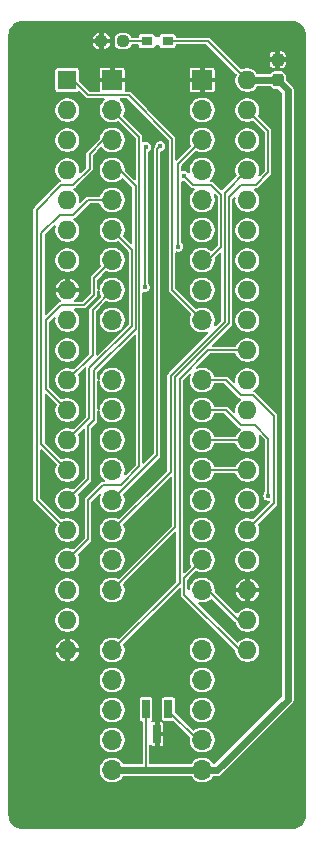
<source format=gbr>
G04 #@! TF.GenerationSoftware,KiCad,Pcbnew,9.0.6-9.0.6~ubuntu25.10.1*
G04 #@! TF.CreationDate,2025-12-24T13:55:13+09:00*
G04 #@! TF.ProjectId,bionic-dct11,62696f6e-6963-42d6-9463-7431312e6b69,1*
G04 #@! TF.SameCoordinates,Original*
G04 #@! TF.FileFunction,Copper,L1,Top*
G04 #@! TF.FilePolarity,Positive*
%FSLAX46Y46*%
G04 Gerber Fmt 4.6, Leading zero omitted, Abs format (unit mm)*
G04 Created by KiCad (PCBNEW 9.0.6-9.0.6~ubuntu25.10.1) date 2025-12-24 13:55:13*
%MOMM*%
%LPD*%
G01*
G04 APERTURE LIST*
G04 Aperture macros list*
%AMRoundRect*
0 Rectangle with rounded corners*
0 $1 Rounding radius*
0 $2 $3 $4 $5 $6 $7 $8 $9 X,Y pos of 4 corners*
0 Add a 4 corners polygon primitive as box body*
4,1,4,$2,$3,$4,$5,$6,$7,$8,$9,$2,$3,0*
0 Add four circle primitives for the rounded corners*
1,1,$1+$1,$2,$3*
1,1,$1+$1,$4,$5*
1,1,$1+$1,$6,$7*
1,1,$1+$1,$8,$9*
0 Add four rect primitives between the rounded corners*
20,1,$1+$1,$2,$3,$4,$5,0*
20,1,$1+$1,$4,$5,$6,$7,0*
20,1,$1+$1,$6,$7,$8,$9,0*
20,1,$1+$1,$8,$9,$2,$3,0*%
G04 Aperture macros list end*
G04 #@! TA.AperFunction,ComponentPad*
%ADD10R,1.600000X1.600000*%
G04 #@! TD*
G04 #@! TA.AperFunction,ComponentPad*
%ADD11O,1.600000X1.600000*%
G04 #@! TD*
G04 #@! TA.AperFunction,SMDPad,CuDef*
%ADD12RoundRect,0.237500X0.237500X-0.300000X0.237500X0.300000X-0.237500X0.300000X-0.237500X-0.300000X0*%
G04 #@! TD*
G04 #@! TA.AperFunction,SMDPad,CuDef*
%ADD13RoundRect,0.237500X0.250000X0.237500X-0.250000X0.237500X-0.250000X-0.237500X0.250000X-0.237500X0*%
G04 #@! TD*
G04 #@! TA.AperFunction,SMDPad,CuDef*
%ADD14R,0.660400X1.625600*%
G04 #@! TD*
G04 #@! TA.AperFunction,SMDPad,CuDef*
%ADD15R,0.965200X0.762000*%
G04 #@! TD*
G04 #@! TA.AperFunction,ComponentPad*
%ADD16R,1.700000X1.700000*%
G04 #@! TD*
G04 #@! TA.AperFunction,ComponentPad*
%ADD17O,1.700000X1.700000*%
G04 #@! TD*
G04 #@! TA.AperFunction,ViaPad*
%ADD18C,0.600000*%
G04 #@! TD*
G04 #@! TA.AperFunction,ViaPad*
%ADD19C,0.450000*%
G04 #@! TD*
G04 #@! TA.AperFunction,Conductor*
%ADD20C,0.150000*%
G04 #@! TD*
G04 #@! TA.AperFunction,Conductor*
%ADD21C,0.600000*%
G04 #@! TD*
G04 APERTURE END LIST*
D10*
X106080000Y-75080000D03*
D11*
X106080000Y-77620000D03*
X106080000Y-80160000D03*
X106080000Y-82700000D03*
X106080000Y-85240000D03*
X106080000Y-87780000D03*
X106080000Y-90320000D03*
X106080000Y-92860000D03*
X106080000Y-95400000D03*
X106080000Y-97940000D03*
X106080000Y-100480000D03*
X106080000Y-103020000D03*
X106080000Y-105560000D03*
X106080000Y-108100000D03*
X106080000Y-110640000D03*
X106080000Y-113180000D03*
X106080000Y-115720000D03*
X106080000Y-118260000D03*
X106080000Y-120800000D03*
X106080000Y-123340000D03*
X121320000Y-123340000D03*
X121320000Y-120800000D03*
X121320000Y-118260000D03*
X121320000Y-115720000D03*
X121320000Y-113180000D03*
X121320000Y-110640000D03*
X121320000Y-108100000D03*
X121320000Y-105560000D03*
X121320000Y-103020000D03*
X121320000Y-100480000D03*
X121320000Y-97940000D03*
X121320000Y-95400000D03*
X121320000Y-92860000D03*
X121320000Y-90320000D03*
X121320000Y-87780000D03*
X121320000Y-85240000D03*
X121320000Y-82700000D03*
X121320000Y-80160000D03*
X121320000Y-77620000D03*
X121320000Y-75080000D03*
D12*
X123910800Y-75080000D03*
X123910800Y-73355000D03*
D13*
X110802500Y-71778000D03*
X108977500Y-71778000D03*
D14*
X114650001Y-128320000D03*
X112749999Y-128320000D03*
X113700000Y-130452000D03*
D15*
X112823700Y-71778000D03*
X114576300Y-71778000D03*
D16*
X109890000Y-75080000D03*
D17*
X109890000Y-77620000D03*
X109890000Y-80160000D03*
X109890000Y-82700000D03*
X109890000Y-85240000D03*
X109890000Y-87780000D03*
X109890000Y-90320000D03*
X109890000Y-92860000D03*
X109890000Y-95400000D03*
X109890000Y-100480000D03*
X109890000Y-103020000D03*
X109890000Y-105560000D03*
X109890000Y-108100000D03*
X109890000Y-110640000D03*
X109890000Y-113180000D03*
X109890000Y-115720000D03*
X109890000Y-118260000D03*
X109890000Y-123340000D03*
X109890000Y-125880000D03*
X109890000Y-128420000D03*
X109890000Y-130960000D03*
X109890000Y-133500000D03*
X117510000Y-133500000D03*
X117510000Y-130960000D03*
X117510000Y-128420000D03*
X117510000Y-125880000D03*
X117510000Y-123340000D03*
X117510000Y-118260000D03*
X117510000Y-115720000D03*
X117510000Y-113180000D03*
X117510000Y-110640000D03*
X117510000Y-108100000D03*
X117510000Y-105560000D03*
X117510000Y-103020000D03*
X117510000Y-100480000D03*
X117510000Y-95400000D03*
X117510000Y-92860000D03*
X117510000Y-90320000D03*
X117510000Y-87780000D03*
X117510000Y-85240000D03*
X117510000Y-82700000D03*
X117510000Y-80160000D03*
X117510000Y-77620000D03*
D16*
X117510000Y-75080000D03*
D18*
X114335000Y-86510000D03*
X107985000Y-86764000D03*
X112303000Y-78509000D03*
X115986000Y-96670000D03*
X121320000Y-128420000D03*
X115732000Y-91717000D03*
X121320000Y-72921000D03*
X123860000Y-133500000D03*
X104810000Y-131976000D03*
X102270000Y-92987000D03*
X113700000Y-123213000D03*
X113700000Y-112164000D03*
X112938000Y-93749000D03*
X112938000Y-104290000D03*
X123733000Y-86510000D03*
X111287000Y-104290000D03*
X113700000Y-132230000D03*
D19*
X113971500Y-80685500D03*
X123098000Y-110259000D03*
X115986000Y-83208000D03*
X115478000Y-89177000D03*
X112748199Y-80730801D03*
X112626000Y-92606000D03*
D20*
X117510000Y-100480000D02*
X119542000Y-100480000D01*
X119542000Y-100480000D02*
X120812000Y-101750000D01*
X120812000Y-101750000D02*
X121828000Y-101750000D01*
X121828000Y-101750000D02*
X123606000Y-103528000D01*
X123606000Y-103528000D02*
X123606000Y-110894000D01*
X123606000Y-110894000D02*
X121320000Y-113180000D01*
X117510000Y-115720000D02*
X115986000Y-117244000D01*
X115986000Y-117244000D02*
X115986000Y-118641000D01*
X115986000Y-118641000D02*
X120685000Y-123340000D01*
X120685000Y-123340000D02*
X121320000Y-123340000D01*
X115986000Y-83208000D02*
X116748000Y-83970000D01*
X116748000Y-83970000D02*
X118272000Y-83970000D01*
X118272000Y-83970000D02*
X119114000Y-84812000D01*
X118018000Y-90320000D02*
X117510000Y-90320000D01*
X119114000Y-84812000D02*
X119114000Y-89224000D01*
X119114000Y-89224000D02*
X118018000Y-90320000D01*
X121320000Y-82700000D02*
X119415000Y-84605000D01*
X119415000Y-84605000D02*
X119415000Y-95527000D01*
X119415000Y-95527000D02*
X114843000Y-100099000D01*
X114843000Y-100099000D02*
X114843000Y-108227000D01*
X114843000Y-108227000D02*
X109890000Y-113180000D01*
X121320000Y-77620000D02*
X123098000Y-79398000D01*
X123098000Y-79398000D02*
X123098000Y-82896314D01*
X123098000Y-82896314D02*
X122024314Y-83970000D01*
X122024314Y-83970000D02*
X120791650Y-83970000D01*
X120791650Y-83970000D02*
X119796000Y-84965650D01*
X119796000Y-84965650D02*
X119796000Y-95654000D01*
X119796000Y-95654000D02*
X115224000Y-100226000D01*
X115224000Y-100226000D02*
X115224000Y-112926000D01*
X115224000Y-112926000D02*
X109890000Y-118260000D01*
X109890000Y-80160000D02*
X109128000Y-80160000D01*
X107985000Y-81303000D02*
X107985000Y-82573000D01*
X109128000Y-80160000D02*
X107985000Y-81303000D01*
X107985000Y-82573000D02*
X106588000Y-83970000D01*
X106588000Y-83970000D02*
X105572000Y-83970000D01*
X105572000Y-83970000D02*
X103502000Y-86040000D01*
X103502000Y-86040000D02*
X103502000Y-110602000D01*
X103502000Y-110602000D02*
X106080000Y-113180000D01*
X106080000Y-75080000D02*
X106588000Y-75080000D01*
X106588000Y-75080000D02*
X107858000Y-76350000D01*
X107858000Y-76350000D02*
X111287000Y-76350000D01*
X111287000Y-76350000D02*
X114970000Y-80033000D01*
X114970000Y-80033000D02*
X114970000Y-92860000D01*
X114970000Y-92860000D02*
X117510000Y-95400000D01*
X113700000Y-80957000D02*
X113700000Y-106830000D01*
X113971500Y-80685500D02*
X113700000Y-80957000D01*
X113700000Y-106830000D02*
X109890000Y-110640000D01*
X115478000Y-89177000D02*
X115478000Y-82192000D01*
X115478000Y-82192000D02*
X117510000Y-80160000D01*
X112748199Y-80730801D02*
X112684000Y-80795000D01*
X112684000Y-80795000D02*
X112684000Y-92548000D01*
X112684000Y-92548000D02*
X112626000Y-92606000D01*
X109890000Y-87780000D02*
X111574000Y-89464000D01*
X107966000Y-103674000D02*
X106080000Y-105560000D01*
X111574000Y-89464000D02*
X111574000Y-95875000D01*
X111574000Y-95875000D02*
X107966000Y-99483000D01*
X107966000Y-99483000D02*
X107966000Y-103674000D01*
X109890000Y-82700000D02*
X110525000Y-82700000D01*
X107858000Y-108862000D02*
X106080000Y-110640000D01*
X110525000Y-82700000D02*
X111875000Y-84050000D01*
X108366000Y-103839686D02*
X107858000Y-104347686D01*
X111875000Y-84050000D02*
X111875000Y-96139686D01*
X111875000Y-96139686D02*
X108366000Y-99648686D01*
X108366000Y-99648686D02*
X108366000Y-103839686D01*
X107858000Y-104347686D02*
X107858000Y-108862000D01*
X114650001Y-128320000D02*
X114650001Y-128481001D01*
X114650001Y-128481001D02*
X117129000Y-130960000D01*
X117129000Y-130960000D02*
X117510000Y-130960000D01*
X121320000Y-97940000D02*
X118018000Y-97940000D01*
X118018000Y-97940000D02*
X115605000Y-100353000D01*
X115605000Y-100353000D02*
X115605000Y-117625000D01*
X115605000Y-117625000D02*
X109890000Y-123340000D01*
X112749999Y-128320000D02*
X112749999Y-133500000D01*
X118018000Y-71778000D02*
X121320000Y-75080000D01*
X114576300Y-71778000D02*
X118018000Y-71778000D01*
D21*
X109890000Y-133500000D02*
X117510000Y-133500000D01*
X123910800Y-75080000D02*
X121320000Y-75080000D01*
X117510000Y-133500000D02*
X118780000Y-133500000D01*
X124749000Y-75918200D02*
X123910800Y-75080000D01*
X118780000Y-133500000D02*
X124749000Y-127531000D01*
X124749000Y-127531000D02*
X124749000Y-75918200D01*
D20*
X112925000Y-71778000D02*
X112925300Y-71778000D01*
X110802500Y-71778000D02*
X112823700Y-71778000D01*
X112176000Y-107788314D02*
X112176000Y-79906000D01*
X110594314Y-109370000D02*
X112176000Y-107788314D01*
X109128000Y-109370000D02*
X110594314Y-109370000D01*
X107858000Y-110640000D02*
X109128000Y-109370000D01*
X112176000Y-79906000D02*
X109890000Y-77620000D01*
X106080000Y-115720000D02*
X107858000Y-113942000D01*
X107858000Y-113942000D02*
X107858000Y-110640000D01*
X103902000Y-105922000D02*
X106080000Y-108100000D01*
X107858000Y-85240000D02*
X106588000Y-86510000D01*
X106588000Y-86510000D02*
X105445000Y-86510000D01*
X105445000Y-86510000D02*
X103902000Y-88053000D01*
X103902000Y-88053000D02*
X103902000Y-105922000D01*
X109890000Y-85240000D02*
X107858000Y-85240000D01*
X107477000Y-94130000D02*
X108366000Y-93241000D01*
X105542150Y-94130000D02*
X107477000Y-94130000D01*
X106080000Y-103020000D02*
X104302000Y-101242000D01*
X108366000Y-93241000D02*
X108366000Y-91844000D01*
X104302000Y-95370150D02*
X105542150Y-94130000D01*
X108366000Y-91844000D02*
X109890000Y-90320000D01*
X104302000Y-101242000D02*
X104302000Y-95370150D01*
X109890000Y-92860000D02*
X108239000Y-94511000D01*
X108239000Y-94511000D02*
X108239000Y-98321000D01*
X108239000Y-98321000D02*
X106080000Y-100480000D01*
X121320000Y-120800000D02*
X120558000Y-120800000D01*
X118018000Y-118260000D02*
X117510000Y-118260000D01*
X118018000Y-118260000D02*
X117510000Y-118260000D01*
X121320000Y-120800000D02*
X120558000Y-120800000D01*
X120558000Y-120800000D02*
X118018000Y-118260000D01*
X121320000Y-108100000D02*
X117510000Y-108100000D01*
X121320000Y-105560000D02*
X117510000Y-105560000D01*
X119542000Y-103020000D02*
X117510000Y-103020000D01*
X121955000Y-104290000D02*
X120812000Y-104290000D01*
X120812000Y-104290000D02*
X119542000Y-103020000D01*
X123098000Y-110259000D02*
X123098000Y-105433000D01*
X123098000Y-105433000D02*
X121955000Y-104290000D01*
G04 #@! TA.AperFunction,Conductor*
G36*
X115871991Y-83617961D02*
G01*
X115929982Y-83633500D01*
X115987503Y-83633500D01*
X115994075Y-83634384D01*
X116015965Y-83644900D01*
X116039068Y-83652407D01*
X116043078Y-83657926D01*
X116049226Y-83660880D01*
X116050878Y-83662493D01*
X116591942Y-84203558D01*
X116591943Y-84203558D01*
X116591944Y-84203559D01*
X116693198Y-84245500D01*
X116693200Y-84245500D01*
X116781189Y-84245500D01*
X116839380Y-84264407D01*
X116875344Y-84313907D01*
X116875344Y-84375093D01*
X116843996Y-84421026D01*
X116840353Y-84424015D01*
X116694020Y-84570348D01*
X116579058Y-84742402D01*
X116499869Y-84933581D01*
X116459500Y-85136532D01*
X116459500Y-85343467D01*
X116499869Y-85546418D01*
X116579058Y-85737597D01*
X116676842Y-85883942D01*
X116694023Y-85909655D01*
X116840345Y-86055977D01*
X117012402Y-86170941D01*
X117203580Y-86250130D01*
X117406535Y-86290500D01*
X117406536Y-86290500D01*
X117613464Y-86290500D01*
X117613465Y-86290500D01*
X117816420Y-86250130D01*
X118007598Y-86170941D01*
X118179655Y-86055977D01*
X118325977Y-85909655D01*
X118440941Y-85737598D01*
X118520130Y-85546420D01*
X118560500Y-85343465D01*
X118560500Y-85136535D01*
X118520130Y-84933580D01*
X118480192Y-84837163D01*
X118475392Y-84776169D01*
X118507361Y-84724000D01*
X118563889Y-84700585D01*
X118623384Y-84714868D01*
X118641661Y-84729276D01*
X118809504Y-84897119D01*
X118837281Y-84951636D01*
X118838500Y-84967123D01*
X118838500Y-89068876D01*
X118819593Y-89127067D01*
X118809503Y-89138880D01*
X118382010Y-89566372D01*
X118327494Y-89594149D01*
X118267062Y-89584578D01*
X118242006Y-89566374D01*
X118179655Y-89504023D01*
X118081238Y-89438263D01*
X118007597Y-89389058D01*
X117816418Y-89309869D01*
X117613467Y-89269500D01*
X117613465Y-89269500D01*
X117406535Y-89269500D01*
X117406532Y-89269500D01*
X117203581Y-89309869D01*
X117012402Y-89389058D01*
X116840348Y-89504020D01*
X116694020Y-89650348D01*
X116579058Y-89822402D01*
X116499869Y-90013581D01*
X116459500Y-90216532D01*
X116459500Y-90423467D01*
X116499869Y-90626418D01*
X116579058Y-90817597D01*
X116672726Y-90957782D01*
X116694023Y-90989655D01*
X116840345Y-91135977D01*
X117012402Y-91250941D01*
X117203580Y-91330130D01*
X117406535Y-91370500D01*
X117406536Y-91370500D01*
X117613464Y-91370500D01*
X117613465Y-91370500D01*
X117816420Y-91330130D01*
X118007598Y-91250941D01*
X118179655Y-91135977D01*
X118325977Y-90989655D01*
X118440941Y-90817598D01*
X118520130Y-90626420D01*
X118560500Y-90423465D01*
X118560500Y-90216535D01*
X118560500Y-90211671D01*
X118562084Y-90211671D01*
X118573758Y-90158400D01*
X118589178Y-90138436D01*
X118970497Y-89757118D01*
X119025013Y-89729341D01*
X119085445Y-89738912D01*
X119128710Y-89782177D01*
X119139500Y-89827122D01*
X119139500Y-95371876D01*
X119120593Y-95430067D01*
X119110503Y-95441880D01*
X118641661Y-95910721D01*
X118587145Y-95938498D01*
X118526713Y-95928927D01*
X118483448Y-95885662D01*
X118473877Y-95825230D01*
X118480191Y-95802838D01*
X118520130Y-95706420D01*
X118560500Y-95503465D01*
X118560500Y-95296535D01*
X118520130Y-95093580D01*
X118440941Y-94902402D01*
X118325977Y-94730345D01*
X118179655Y-94584023D01*
X118179651Y-94584020D01*
X118007597Y-94469058D01*
X117816418Y-94389869D01*
X117613467Y-94349500D01*
X117613465Y-94349500D01*
X117406535Y-94349500D01*
X117406532Y-94349500D01*
X117203580Y-94389870D01*
X117203578Y-94389870D01*
X117042596Y-94456551D01*
X116981600Y-94461352D01*
X116934707Y-94435091D01*
X115274496Y-92774880D01*
X115265147Y-92756532D01*
X116459500Y-92756532D01*
X116459500Y-92963465D01*
X116499869Y-93166418D01*
X116579058Y-93357597D01*
X116672726Y-93497782D01*
X116694023Y-93529655D01*
X116840345Y-93675977D01*
X117012402Y-93790941D01*
X117203580Y-93870130D01*
X117406535Y-93910500D01*
X117406536Y-93910500D01*
X117613464Y-93910500D01*
X117613465Y-93910500D01*
X117816420Y-93870130D01*
X118007598Y-93790941D01*
X118179655Y-93675977D01*
X118325977Y-93529655D01*
X118440941Y-93357598D01*
X118520130Y-93166420D01*
X118560500Y-92963465D01*
X118560500Y-92756535D01*
X118520130Y-92553580D01*
X118440941Y-92362402D01*
X118325977Y-92190345D01*
X118179655Y-92044023D01*
X118112457Y-91999123D01*
X118007597Y-91929058D01*
X117816418Y-91849869D01*
X117613467Y-91809500D01*
X117613465Y-91809500D01*
X117406535Y-91809500D01*
X117406532Y-91809500D01*
X117203581Y-91849869D01*
X117012402Y-91929058D01*
X116840348Y-92044020D01*
X116694020Y-92190348D01*
X116579058Y-92362402D01*
X116499869Y-92553581D01*
X116459500Y-92756532D01*
X115265147Y-92756532D01*
X115246719Y-92720363D01*
X115245500Y-92704876D01*
X115245500Y-89684231D01*
X115264407Y-89626040D01*
X115313907Y-89590076D01*
X115370121Y-89588604D01*
X115421982Y-89602500D01*
X115421984Y-89602500D01*
X115534016Y-89602500D01*
X115534018Y-89602500D01*
X115642237Y-89573503D01*
X115642239Y-89573501D01*
X115642241Y-89573501D01*
X115695310Y-89542861D01*
X115739263Y-89517485D01*
X115818485Y-89438263D01*
X115874503Y-89341237D01*
X115903500Y-89233018D01*
X115903500Y-89120982D01*
X115874503Y-89012763D01*
X115874501Y-89012760D01*
X115874501Y-89012758D01*
X115818485Y-88915737D01*
X115782496Y-88879747D01*
X115754719Y-88825230D01*
X115753500Y-88809744D01*
X115753500Y-87676532D01*
X116459500Y-87676532D01*
X116459500Y-87883467D01*
X116499869Y-88086418D01*
X116579058Y-88277597D01*
X116672726Y-88417782D01*
X116694023Y-88449655D01*
X116840345Y-88595977D01*
X117012402Y-88710941D01*
X117203580Y-88790130D01*
X117406535Y-88830500D01*
X117406536Y-88830500D01*
X117613464Y-88830500D01*
X117613465Y-88830500D01*
X117816420Y-88790130D01*
X118007598Y-88710941D01*
X118179655Y-88595977D01*
X118325977Y-88449655D01*
X118440941Y-88277598D01*
X118520130Y-88086420D01*
X118560500Y-87883465D01*
X118560500Y-87676535D01*
X118520130Y-87473580D01*
X118440941Y-87282402D01*
X118325977Y-87110345D01*
X118179655Y-86964023D01*
X118179651Y-86964020D01*
X118007597Y-86849058D01*
X117816418Y-86769869D01*
X117613467Y-86729500D01*
X117613465Y-86729500D01*
X117406535Y-86729500D01*
X117406532Y-86729500D01*
X117203581Y-86769869D01*
X117012402Y-86849058D01*
X116840348Y-86964020D01*
X116694020Y-87110348D01*
X116579058Y-87282402D01*
X116499869Y-87473581D01*
X116459500Y-87676532D01*
X115753500Y-87676532D01*
X115753500Y-83715231D01*
X115760320Y-83694238D01*
X115763264Y-83672359D01*
X115769580Y-83665740D01*
X115772407Y-83657040D01*
X115790265Y-83644064D01*
X115805506Y-83628095D01*
X115814505Y-83626453D01*
X115821907Y-83621076D01*
X115847684Y-83620401D01*
X115865698Y-83617115D01*
X115871991Y-83617961D01*
G37*
G04 #@! TD.AperFunction*
G04 #@! TA.AperFunction,Conductor*
G36*
X125134309Y-70100877D02*
G01*
X125324457Y-70117512D01*
X125341437Y-70120505D01*
X125521635Y-70168789D01*
X125537839Y-70174687D01*
X125706902Y-70253523D01*
X125721842Y-70262149D01*
X125874641Y-70369140D01*
X125887861Y-70380232D01*
X126019767Y-70512138D01*
X126030859Y-70525358D01*
X126137850Y-70678157D01*
X126146478Y-70693101D01*
X126225308Y-70862151D01*
X126231211Y-70878368D01*
X126279492Y-71058555D01*
X126282488Y-71075550D01*
X126299123Y-71265690D01*
X126299500Y-71274318D01*
X126299500Y-137305681D01*
X126299123Y-137314309D01*
X126282488Y-137504449D01*
X126279492Y-137521444D01*
X126231211Y-137701631D01*
X126225308Y-137717848D01*
X126146478Y-137886898D01*
X126137850Y-137901842D01*
X126030859Y-138054641D01*
X126019767Y-138067861D01*
X125887861Y-138199767D01*
X125874641Y-138210859D01*
X125721842Y-138317850D01*
X125706898Y-138326478D01*
X125537848Y-138405308D01*
X125521631Y-138411211D01*
X125341444Y-138459492D01*
X125324449Y-138462488D01*
X125134309Y-138479123D01*
X125125681Y-138479500D01*
X102274319Y-138479500D01*
X102265691Y-138479123D01*
X102075550Y-138462488D01*
X102058555Y-138459492D01*
X101878368Y-138411211D01*
X101862154Y-138405309D01*
X101693100Y-138326477D01*
X101678157Y-138317850D01*
X101525358Y-138210859D01*
X101512138Y-138199767D01*
X101380232Y-138067861D01*
X101369140Y-138054641D01*
X101262149Y-137901842D01*
X101253523Y-137886902D01*
X101174687Y-137717839D01*
X101168788Y-137701631D01*
X101149843Y-137630926D01*
X101120505Y-137521437D01*
X101117512Y-137504457D01*
X101100877Y-137314309D01*
X101100500Y-137305681D01*
X101100500Y-133396532D01*
X108839500Y-133396532D01*
X108839500Y-133603467D01*
X108879869Y-133806418D01*
X108959058Y-133997597D01*
X108973631Y-134019407D01*
X109074023Y-134169655D01*
X109220345Y-134315977D01*
X109392402Y-134430941D01*
X109583580Y-134510130D01*
X109786535Y-134550500D01*
X109786536Y-134550500D01*
X109993464Y-134550500D01*
X109993465Y-134550500D01*
X110196420Y-134510130D01*
X110387598Y-134430941D01*
X110559655Y-134315977D01*
X110705977Y-134169655D01*
X110789603Y-134044498D01*
X110837653Y-134006619D01*
X110871919Y-134000500D01*
X116528081Y-134000500D01*
X116586272Y-134019407D01*
X116610396Y-134044498D01*
X116694023Y-134169655D01*
X116840345Y-134315977D01*
X117012402Y-134430941D01*
X117203580Y-134510130D01*
X117406535Y-134550500D01*
X117406536Y-134550500D01*
X117613464Y-134550500D01*
X117613465Y-134550500D01*
X117816420Y-134510130D01*
X118007598Y-134430941D01*
X118179655Y-134315977D01*
X118325977Y-134169655D01*
X118409603Y-134044498D01*
X118457653Y-134006619D01*
X118491919Y-134000500D01*
X118845890Y-134000500D01*
X118845892Y-134000500D01*
X118973186Y-133966392D01*
X118973188Y-133966390D01*
X118973190Y-133966390D01*
X119087309Y-133900503D01*
X119087309Y-133900502D01*
X119087314Y-133900500D01*
X125149500Y-127838314D01*
X125149503Y-127838309D01*
X125215390Y-127724190D01*
X125215390Y-127724188D01*
X125215392Y-127724186D01*
X125249500Y-127596892D01*
X125249500Y-127465107D01*
X125249500Y-75852308D01*
X125215392Y-75725014D01*
X125215390Y-75725011D01*
X125215390Y-75725009D01*
X125149503Y-75610890D01*
X125149499Y-75610885D01*
X125056314Y-75517699D01*
X125056314Y-75517700D01*
X124615296Y-75076682D01*
X124587519Y-75022165D01*
X124586300Y-75006678D01*
X124586300Y-74727238D01*
X124586299Y-74727233D01*
X124583525Y-74697655D01*
X124583525Y-74697651D01*
X124539916Y-74573025D01*
X124515017Y-74539288D01*
X124461514Y-74466793D01*
X124461513Y-74466792D01*
X124461511Y-74466789D01*
X124461506Y-74466785D01*
X124355276Y-74388384D01*
X124230652Y-74344776D01*
X124230651Y-74344775D01*
X124230649Y-74344775D01*
X124230647Y-74344774D01*
X124230644Y-74344774D01*
X124201066Y-74342000D01*
X124201056Y-74342000D01*
X123620544Y-74342000D01*
X123620533Y-74342000D01*
X123590955Y-74344774D01*
X123590947Y-74344776D01*
X123466323Y-74388384D01*
X123360093Y-74466785D01*
X123360089Y-74466789D01*
X123306581Y-74539289D01*
X123256816Y-74574881D01*
X123226928Y-74579500D01*
X122241784Y-74579500D01*
X122183593Y-74560593D01*
X122159469Y-74535502D01*
X122097139Y-74442218D01*
X121957782Y-74302861D01*
X121807762Y-74202621D01*
X121793913Y-74193367D01*
X121611835Y-74117949D01*
X121418543Y-74079500D01*
X121418541Y-74079500D01*
X121221459Y-74079500D01*
X121221456Y-74079500D01*
X121028165Y-74117949D01*
X121028163Y-74117949D01*
X120890865Y-74174820D01*
X120829869Y-74179621D01*
X120782976Y-74153360D01*
X120597464Y-73967848D01*
X120184617Y-73555001D01*
X123235800Y-73555001D01*
X123235800Y-73707701D01*
X123238571Y-73737258D01*
X123238572Y-73737259D01*
X123282130Y-73861740D01*
X123360441Y-73967848D01*
X123360451Y-73967858D01*
X123466559Y-74046169D01*
X123591040Y-74089727D01*
X123591041Y-74089728D01*
X123620599Y-74092500D01*
X123710799Y-74092500D01*
X123710800Y-74092499D01*
X123710800Y-73555001D01*
X124110800Y-73555001D01*
X124110800Y-74092499D01*
X124110801Y-74092500D01*
X124201001Y-74092500D01*
X124230558Y-74089728D01*
X124230559Y-74089727D01*
X124355040Y-74046169D01*
X124461148Y-73967858D01*
X124461158Y-73967848D01*
X124539469Y-73861740D01*
X124583027Y-73737259D01*
X124583028Y-73737258D01*
X124585800Y-73707701D01*
X124585800Y-73555001D01*
X124585799Y-73555000D01*
X124110801Y-73555000D01*
X124110800Y-73555001D01*
X123710800Y-73555001D01*
X123710799Y-73555000D01*
X123235801Y-73555000D01*
X123235800Y-73555001D01*
X120184617Y-73555001D01*
X119631914Y-73002298D01*
X123235800Y-73002298D01*
X123235800Y-73154999D01*
X123235801Y-73155000D01*
X123710799Y-73155000D01*
X123710800Y-73154999D01*
X123710800Y-72617501D01*
X124110800Y-72617501D01*
X124110800Y-73154999D01*
X124110801Y-73155000D01*
X124585799Y-73155000D01*
X124585800Y-73154999D01*
X124585800Y-73002298D01*
X124583028Y-72972741D01*
X124583027Y-72972740D01*
X124539469Y-72848259D01*
X124461158Y-72742151D01*
X124461148Y-72742141D01*
X124355040Y-72663830D01*
X124230559Y-72620272D01*
X124230558Y-72620271D01*
X124201001Y-72617500D01*
X124110801Y-72617500D01*
X124110800Y-72617501D01*
X123710800Y-72617501D01*
X123710799Y-72617500D01*
X123620599Y-72617500D01*
X123591041Y-72620271D01*
X123591040Y-72620272D01*
X123466559Y-72663830D01*
X123360451Y-72742141D01*
X123360441Y-72742151D01*
X123282130Y-72848259D01*
X123238572Y-72972740D01*
X123238571Y-72972741D01*
X123235800Y-73002298D01*
X119631914Y-73002298D01*
X118174058Y-71544443D01*
X118072800Y-71502500D01*
X118072799Y-71502500D01*
X115358400Y-71502500D01*
X115300209Y-71483593D01*
X115264245Y-71434093D01*
X115259400Y-71403500D01*
X115259400Y-71377253D01*
X115259398Y-71377241D01*
X115252530Y-71342716D01*
X115247767Y-71318769D01*
X115203452Y-71252448D01*
X115199802Y-71250009D01*
X115137133Y-71208134D01*
X115137131Y-71208133D01*
X115137128Y-71208132D01*
X115137127Y-71208132D01*
X115078658Y-71196501D01*
X115078648Y-71196500D01*
X114073952Y-71196500D01*
X114073951Y-71196500D01*
X114073941Y-71196501D01*
X114015472Y-71208132D01*
X114015466Y-71208134D01*
X113949151Y-71252445D01*
X113949145Y-71252451D01*
X113904834Y-71318766D01*
X113904832Y-71318772D01*
X113900069Y-71342716D01*
X113870172Y-71396100D01*
X113814606Y-71421714D01*
X113802972Y-71422400D01*
X113597028Y-71422400D01*
X113538837Y-71403493D01*
X113502873Y-71353993D01*
X113499931Y-71342716D01*
X113497461Y-71330304D01*
X113495167Y-71318769D01*
X113450852Y-71252448D01*
X113447202Y-71250009D01*
X113384533Y-71208134D01*
X113384531Y-71208133D01*
X113384528Y-71208132D01*
X113384527Y-71208132D01*
X113326058Y-71196501D01*
X113326048Y-71196500D01*
X112321352Y-71196500D01*
X112321351Y-71196500D01*
X112321341Y-71196501D01*
X112262872Y-71208132D01*
X112262866Y-71208134D01*
X112196551Y-71252445D01*
X112196545Y-71252451D01*
X112152234Y-71318766D01*
X112152232Y-71318772D01*
X112140601Y-71377241D01*
X112140600Y-71377253D01*
X112140600Y-71403500D01*
X112121693Y-71461691D01*
X112072193Y-71497655D01*
X112041600Y-71502500D01*
X111573488Y-71502500D01*
X111515297Y-71483593D01*
X111480044Y-71436198D01*
X111447332Y-71342716D01*
X111444116Y-71333525D01*
X111433223Y-71318766D01*
X111365714Y-71227293D01*
X111365713Y-71227292D01*
X111365711Y-71227289D01*
X111339757Y-71208134D01*
X111259476Y-71148884D01*
X111134852Y-71105276D01*
X111134851Y-71105275D01*
X111134849Y-71105275D01*
X111134847Y-71105274D01*
X111134844Y-71105274D01*
X111105266Y-71102500D01*
X111105256Y-71102500D01*
X110499744Y-71102500D01*
X110499733Y-71102500D01*
X110470155Y-71105274D01*
X110470147Y-71105276D01*
X110345523Y-71148884D01*
X110239293Y-71227285D01*
X110239285Y-71227293D01*
X110160884Y-71333523D01*
X110117276Y-71458147D01*
X110117274Y-71458155D01*
X110114500Y-71487733D01*
X110114500Y-72068266D01*
X110117274Y-72097844D01*
X110117276Y-72097852D01*
X110160884Y-72222476D01*
X110220718Y-72303548D01*
X110239289Y-72328711D01*
X110239292Y-72328713D01*
X110239293Y-72328714D01*
X110345523Y-72407115D01*
X110345524Y-72407115D01*
X110345525Y-72407116D01*
X110470151Y-72450725D01*
X110494412Y-72453000D01*
X110499733Y-72453499D01*
X110499738Y-72453500D01*
X110499744Y-72453500D01*
X111105262Y-72453500D01*
X111105265Y-72453499D01*
X111134849Y-72450725D01*
X111259475Y-72407116D01*
X111365711Y-72328711D01*
X111444116Y-72222475D01*
X111468602Y-72152500D01*
X111480044Y-72119802D01*
X111517110Y-72071121D01*
X111573488Y-72053500D01*
X112041600Y-72053500D01*
X112099791Y-72072407D01*
X112135755Y-72121907D01*
X112140600Y-72152500D01*
X112140600Y-72178746D01*
X112140601Y-72178758D01*
X112149298Y-72222476D01*
X112152233Y-72237231D01*
X112196548Y-72303552D01*
X112262869Y-72347867D01*
X112307331Y-72356711D01*
X112321341Y-72359498D01*
X112321346Y-72359498D01*
X112321352Y-72359500D01*
X112321353Y-72359500D01*
X113326047Y-72359500D01*
X113326048Y-72359500D01*
X113384531Y-72347867D01*
X113450852Y-72303552D01*
X113495167Y-72237231D01*
X113498149Y-72222240D01*
X113499931Y-72213284D01*
X113529828Y-72159900D01*
X113585394Y-72134286D01*
X113597028Y-72133600D01*
X113802972Y-72133600D01*
X113861163Y-72152507D01*
X113897127Y-72202007D01*
X113900069Y-72213284D01*
X113901898Y-72222476D01*
X113904833Y-72237231D01*
X113949148Y-72303552D01*
X114015469Y-72347867D01*
X114059931Y-72356711D01*
X114073941Y-72359498D01*
X114073946Y-72359498D01*
X114073952Y-72359500D01*
X114073953Y-72359500D01*
X115078647Y-72359500D01*
X115078648Y-72359500D01*
X115137131Y-72347867D01*
X115203452Y-72303552D01*
X115247767Y-72237231D01*
X115259400Y-72178748D01*
X115259400Y-72152500D01*
X115278307Y-72094309D01*
X115327807Y-72058345D01*
X115358400Y-72053500D01*
X117862877Y-72053500D01*
X117921068Y-72072407D01*
X117932881Y-72082496D01*
X120393360Y-74542976D01*
X120421137Y-74597493D01*
X120414820Y-74650865D01*
X120357949Y-74788163D01*
X120357949Y-74788165D01*
X120319500Y-74981456D01*
X120319500Y-75178543D01*
X120357949Y-75371834D01*
X120357949Y-75371836D01*
X120433367Y-75553913D01*
X120433368Y-75553914D01*
X120542861Y-75717782D01*
X120682218Y-75857139D01*
X120846086Y-75966632D01*
X121028165Y-76042051D01*
X121221459Y-76080500D01*
X121221460Y-76080500D01*
X121418540Y-76080500D01*
X121418541Y-76080500D01*
X121611835Y-76042051D01*
X121793914Y-75966632D01*
X121957782Y-75857139D01*
X122097139Y-75717782D01*
X122159469Y-75624497D01*
X122207519Y-75586619D01*
X122241784Y-75580500D01*
X123226928Y-75580500D01*
X123285119Y-75599407D01*
X123306579Y-75620707D01*
X123360089Y-75693211D01*
X123360092Y-75693213D01*
X123360093Y-75693214D01*
X123466323Y-75771615D01*
X123466324Y-75771615D01*
X123466325Y-75771616D01*
X123590951Y-75815225D01*
X123618241Y-75817784D01*
X123620533Y-75817999D01*
X123620538Y-75818000D01*
X123620544Y-75818000D01*
X123899978Y-75818000D01*
X123958169Y-75836907D01*
X123969982Y-75846996D01*
X124219504Y-76096518D01*
X124247281Y-76151035D01*
X124248500Y-76166522D01*
X124248500Y-127282678D01*
X124229593Y-127340869D01*
X124219504Y-127352682D01*
X118601682Y-132970504D01*
X118594564Y-132974130D01*
X118589869Y-132980593D01*
X118567820Y-132987756D01*
X118547165Y-132998281D01*
X118531678Y-132999500D01*
X118491919Y-132999500D01*
X118433728Y-132980593D01*
X118409603Y-132955501D01*
X118325979Y-132830348D01*
X118325977Y-132830345D01*
X118179655Y-132684023D01*
X118007598Y-132569059D01*
X118007599Y-132569059D01*
X118007597Y-132569058D01*
X117816418Y-132489869D01*
X117613467Y-132449500D01*
X117613465Y-132449500D01*
X117406535Y-132449500D01*
X117406532Y-132449500D01*
X117203581Y-132489869D01*
X117012402Y-132569058D01*
X116840348Y-132684020D01*
X116694020Y-132830348D01*
X116610397Y-132955501D01*
X116562347Y-132993381D01*
X116528081Y-132999500D01*
X113124499Y-132999500D01*
X113066308Y-132980593D01*
X113030344Y-132931093D01*
X113025499Y-132900500D01*
X113025499Y-131435866D01*
X113044406Y-131377675D01*
X113093906Y-131341711D01*
X113155092Y-131341711D01*
X113204592Y-131377675D01*
X113206815Y-131380865D01*
X113225607Y-131408990D01*
X113225610Y-131408993D01*
X113291763Y-131453196D01*
X113350099Y-131464799D01*
X113350103Y-131464800D01*
X113499999Y-131464800D01*
X113500000Y-131464799D01*
X113500000Y-130652001D01*
X113900000Y-130652001D01*
X113900000Y-131464799D01*
X113900001Y-131464800D01*
X114049897Y-131464800D01*
X114049900Y-131464799D01*
X114108236Y-131453196D01*
X114174389Y-131408993D01*
X114174393Y-131408989D01*
X114218596Y-131342836D01*
X114230199Y-131284500D01*
X114230200Y-131284497D01*
X114230200Y-130652001D01*
X114230199Y-130652000D01*
X113900001Y-130652000D01*
X113900000Y-130652001D01*
X113500000Y-130652001D01*
X113500000Y-129439201D01*
X113900000Y-129439201D01*
X113900000Y-130251999D01*
X113900001Y-130252000D01*
X114230199Y-130252000D01*
X114230200Y-130251999D01*
X114230200Y-129619502D01*
X114230199Y-129619499D01*
X114218596Y-129561163D01*
X114178162Y-129500651D01*
X114073606Y-129443915D01*
X114049902Y-129439200D01*
X113900001Y-129439200D01*
X113900000Y-129439201D01*
X113500000Y-129439201D01*
X113499999Y-129439200D01*
X113350096Y-129439200D01*
X113311678Y-129446842D01*
X113250916Y-129439650D01*
X113205987Y-129398116D01*
X113194051Y-129338106D01*
X113219668Y-129282542D01*
X113222365Y-129279737D01*
X113224744Y-129277356D01*
X113224751Y-129277352D01*
X113269066Y-129211031D01*
X113280699Y-129152548D01*
X113280699Y-127487453D01*
X114119301Y-127487453D01*
X114119301Y-129152546D01*
X114119302Y-129152558D01*
X114130933Y-129211027D01*
X114130934Y-129211031D01*
X114175249Y-129277352D01*
X114241570Y-129321667D01*
X114276131Y-129328541D01*
X114276132Y-129328542D01*
X114300045Y-129333299D01*
X114300051Y-129333299D01*
X114300053Y-129333300D01*
X114300054Y-129333300D01*
X114999948Y-129333300D01*
X114999949Y-129333300D01*
X114999950Y-129333299D01*
X114999957Y-129333299D01*
X115042078Y-129324920D01*
X115102840Y-129332110D01*
X115131398Y-129352013D01*
X116451351Y-130671966D01*
X116479128Y-130726483D01*
X116478445Y-130761282D01*
X116459500Y-130856528D01*
X116459500Y-131063467D01*
X116499869Y-131266418D01*
X116579058Y-131457597D01*
X116583871Y-131464800D01*
X116694023Y-131629655D01*
X116840345Y-131775977D01*
X117012402Y-131890941D01*
X117203580Y-131970130D01*
X117406535Y-132010500D01*
X117406536Y-132010500D01*
X117613464Y-132010500D01*
X117613465Y-132010500D01*
X117816420Y-131970130D01*
X118007598Y-131890941D01*
X118179655Y-131775977D01*
X118325977Y-131629655D01*
X118440941Y-131457598D01*
X118520130Y-131266420D01*
X118560500Y-131063465D01*
X118560500Y-130856535D01*
X118520130Y-130653580D01*
X118440941Y-130462402D01*
X118325977Y-130290345D01*
X118179655Y-130144023D01*
X118179651Y-130144020D01*
X118007597Y-130029058D01*
X117816418Y-129949869D01*
X117613467Y-129909500D01*
X117613465Y-129909500D01*
X117406535Y-129909500D01*
X117406532Y-129909500D01*
X117203581Y-129949869D01*
X117012402Y-130029058D01*
X116840342Y-130144024D01*
X116836588Y-130147106D01*
X116835590Y-130145891D01*
X116786935Y-130170656D01*
X116726507Y-130161058D01*
X116701487Y-130142872D01*
X115209697Y-128651082D01*
X115181920Y-128596565D01*
X115180701Y-128581078D01*
X115180701Y-128316532D01*
X116459500Y-128316532D01*
X116459500Y-128523467D01*
X116499869Y-128726418D01*
X116579058Y-128917597D01*
X116579059Y-128917598D01*
X116694023Y-129089655D01*
X116840345Y-129235977D01*
X117012402Y-129350941D01*
X117203580Y-129430130D01*
X117406535Y-129470500D01*
X117406536Y-129470500D01*
X117613464Y-129470500D01*
X117613465Y-129470500D01*
X117816420Y-129430130D01*
X118007598Y-129350941D01*
X118179655Y-129235977D01*
X118325977Y-129089655D01*
X118440941Y-128917598D01*
X118520130Y-128726420D01*
X118560500Y-128523465D01*
X118560500Y-128316535D01*
X118520130Y-128113580D01*
X118440941Y-127922402D01*
X118325977Y-127750345D01*
X118179655Y-127604023D01*
X118007598Y-127489059D01*
X118007599Y-127489059D01*
X118007597Y-127489058D01*
X117816418Y-127409869D01*
X117613467Y-127369500D01*
X117613465Y-127369500D01*
X117406535Y-127369500D01*
X117406532Y-127369500D01*
X117203581Y-127409869D01*
X117012402Y-127489058D01*
X116840348Y-127604020D01*
X116694020Y-127750348D01*
X116579058Y-127922402D01*
X116499869Y-128113581D01*
X116459500Y-128316532D01*
X115180701Y-128316532D01*
X115180701Y-127487453D01*
X115180699Y-127487441D01*
X115176256Y-127465107D01*
X115169068Y-127428969D01*
X115124753Y-127362648D01*
X115124749Y-127362645D01*
X115058434Y-127318334D01*
X115058432Y-127318333D01*
X115058429Y-127318332D01*
X115058428Y-127318332D01*
X114999959Y-127306701D01*
X114999949Y-127306700D01*
X114300053Y-127306700D01*
X114300052Y-127306700D01*
X114300042Y-127306701D01*
X114241573Y-127318332D01*
X114241567Y-127318334D01*
X114175252Y-127362645D01*
X114175246Y-127362651D01*
X114130935Y-127428966D01*
X114130933Y-127428972D01*
X114119302Y-127487441D01*
X114119301Y-127487453D01*
X113280699Y-127487453D01*
X113280699Y-127487452D01*
X113269066Y-127428969D01*
X113224751Y-127362648D01*
X113224747Y-127362645D01*
X113158432Y-127318334D01*
X113158430Y-127318333D01*
X113158427Y-127318332D01*
X113158426Y-127318332D01*
X113099957Y-127306701D01*
X113099947Y-127306700D01*
X112400051Y-127306700D01*
X112400050Y-127306700D01*
X112400040Y-127306701D01*
X112341571Y-127318332D01*
X112341565Y-127318334D01*
X112275250Y-127362645D01*
X112275244Y-127362651D01*
X112230933Y-127428966D01*
X112230931Y-127428972D01*
X112219300Y-127487441D01*
X112219299Y-127487453D01*
X112219299Y-129152546D01*
X112219300Y-129152558D01*
X112230931Y-129211027D01*
X112230933Y-129211033D01*
X112247602Y-129235979D01*
X112275247Y-129277352D01*
X112341568Y-129321667D01*
X112394814Y-129332258D01*
X112448198Y-129362156D01*
X112473813Y-129417721D01*
X112474499Y-129429356D01*
X112474499Y-132900500D01*
X112455592Y-132958691D01*
X112406092Y-132994655D01*
X112375499Y-132999500D01*
X110871919Y-132999500D01*
X110813728Y-132980593D01*
X110789603Y-132955501D01*
X110705979Y-132830348D01*
X110705977Y-132830345D01*
X110559655Y-132684023D01*
X110387598Y-132569059D01*
X110387599Y-132569059D01*
X110387597Y-132569058D01*
X110196418Y-132489869D01*
X109993467Y-132449500D01*
X109993465Y-132449500D01*
X109786535Y-132449500D01*
X109786532Y-132449500D01*
X109583581Y-132489869D01*
X109392402Y-132569058D01*
X109220348Y-132684020D01*
X109074020Y-132830348D01*
X108959058Y-133002402D01*
X108879869Y-133193581D01*
X108839500Y-133396532D01*
X101100500Y-133396532D01*
X101100500Y-130856532D01*
X108839500Y-130856532D01*
X108839500Y-131063467D01*
X108879869Y-131266418D01*
X108959058Y-131457597D01*
X108963871Y-131464800D01*
X109074023Y-131629655D01*
X109220345Y-131775977D01*
X109392402Y-131890941D01*
X109583580Y-131970130D01*
X109786535Y-132010500D01*
X109786536Y-132010500D01*
X109993464Y-132010500D01*
X109993465Y-132010500D01*
X110196420Y-131970130D01*
X110387598Y-131890941D01*
X110559655Y-131775977D01*
X110705977Y-131629655D01*
X110820941Y-131457598D01*
X110900130Y-131266420D01*
X110940500Y-131063465D01*
X110940500Y-130856535D01*
X110900130Y-130653580D01*
X110820941Y-130462402D01*
X110705977Y-130290345D01*
X110559655Y-130144023D01*
X110559651Y-130144020D01*
X110387597Y-130029058D01*
X110196418Y-129949869D01*
X109993467Y-129909500D01*
X109993465Y-129909500D01*
X109786535Y-129909500D01*
X109786532Y-129909500D01*
X109583581Y-129949869D01*
X109392402Y-130029058D01*
X109220348Y-130144020D01*
X109074020Y-130290348D01*
X108959058Y-130462402D01*
X108879869Y-130653581D01*
X108839500Y-130856532D01*
X101100500Y-130856532D01*
X101100500Y-128316532D01*
X108839500Y-128316532D01*
X108839500Y-128523467D01*
X108879869Y-128726418D01*
X108959058Y-128917597D01*
X108959059Y-128917598D01*
X109074023Y-129089655D01*
X109220345Y-129235977D01*
X109392402Y-129350941D01*
X109583580Y-129430130D01*
X109786535Y-129470500D01*
X109786536Y-129470500D01*
X109993464Y-129470500D01*
X109993465Y-129470500D01*
X110196420Y-129430130D01*
X110387598Y-129350941D01*
X110559655Y-129235977D01*
X110705977Y-129089655D01*
X110820941Y-128917598D01*
X110900130Y-128726420D01*
X110940500Y-128523465D01*
X110940500Y-128316535D01*
X110900130Y-128113580D01*
X110820941Y-127922402D01*
X110705977Y-127750345D01*
X110559655Y-127604023D01*
X110387598Y-127489059D01*
X110387599Y-127489059D01*
X110387597Y-127489058D01*
X110196418Y-127409869D01*
X109993467Y-127369500D01*
X109993465Y-127369500D01*
X109786535Y-127369500D01*
X109786532Y-127369500D01*
X109583581Y-127409869D01*
X109392402Y-127489058D01*
X109220348Y-127604020D01*
X109074020Y-127750348D01*
X108959058Y-127922402D01*
X108879869Y-128113581D01*
X108839500Y-128316532D01*
X101100500Y-128316532D01*
X101100500Y-125776532D01*
X108839500Y-125776532D01*
X108839500Y-125983467D01*
X108879869Y-126186418D01*
X108959058Y-126377597D01*
X108959059Y-126377598D01*
X109074023Y-126549655D01*
X109220345Y-126695977D01*
X109392402Y-126810941D01*
X109583580Y-126890130D01*
X109786535Y-126930500D01*
X109786536Y-126930500D01*
X109993464Y-126930500D01*
X109993465Y-126930500D01*
X110196420Y-126890130D01*
X110387598Y-126810941D01*
X110559655Y-126695977D01*
X110705977Y-126549655D01*
X110820941Y-126377598D01*
X110900130Y-126186420D01*
X110940500Y-125983465D01*
X110940500Y-125776535D01*
X110940499Y-125776532D01*
X116459500Y-125776532D01*
X116459500Y-125983467D01*
X116499869Y-126186418D01*
X116579058Y-126377597D01*
X116579059Y-126377598D01*
X116694023Y-126549655D01*
X116840345Y-126695977D01*
X117012402Y-126810941D01*
X117203580Y-126890130D01*
X117406535Y-126930500D01*
X117406536Y-126930500D01*
X117613464Y-126930500D01*
X117613465Y-126930500D01*
X117816420Y-126890130D01*
X118007598Y-126810941D01*
X118179655Y-126695977D01*
X118325977Y-126549655D01*
X118440941Y-126377598D01*
X118520130Y-126186420D01*
X118560500Y-125983465D01*
X118560500Y-125776535D01*
X118520130Y-125573580D01*
X118440941Y-125382402D01*
X118325977Y-125210345D01*
X118179655Y-125064023D01*
X118007598Y-124949059D01*
X118007599Y-124949059D01*
X118007597Y-124949058D01*
X117816418Y-124869869D01*
X117613467Y-124829500D01*
X117613465Y-124829500D01*
X117406535Y-124829500D01*
X117406532Y-124829500D01*
X117203581Y-124869869D01*
X117012402Y-124949058D01*
X116840348Y-125064020D01*
X116694020Y-125210348D01*
X116579058Y-125382402D01*
X116499869Y-125573581D01*
X116459500Y-125776532D01*
X110940499Y-125776532D01*
X110900130Y-125573580D01*
X110820941Y-125382402D01*
X110705977Y-125210345D01*
X110559655Y-125064023D01*
X110387598Y-124949059D01*
X110387599Y-124949059D01*
X110387597Y-124949058D01*
X110196418Y-124869869D01*
X109993467Y-124829500D01*
X109993465Y-124829500D01*
X109786535Y-124829500D01*
X109786532Y-124829500D01*
X109583581Y-124869869D01*
X109392402Y-124949058D01*
X109220348Y-125064020D01*
X109074020Y-125210348D01*
X108959058Y-125382402D01*
X108879869Y-125573581D01*
X108839500Y-125776532D01*
X101100500Y-125776532D01*
X101100500Y-123140000D01*
X105100190Y-123140000D01*
X105733589Y-123140000D01*
X105707259Y-123185606D01*
X105680000Y-123287339D01*
X105680000Y-123392661D01*
X105707259Y-123494394D01*
X105733590Y-123540000D01*
X105100191Y-123540000D01*
X105118429Y-123631688D01*
X105118429Y-123631690D01*
X105193808Y-123813673D01*
X105193814Y-123813685D01*
X105303249Y-123977462D01*
X105303252Y-123977466D01*
X105442533Y-124116747D01*
X105442537Y-124116750D01*
X105606314Y-124226185D01*
X105606326Y-124226191D01*
X105788304Y-124301568D01*
X105788315Y-124301571D01*
X105880000Y-124319807D01*
X105880000Y-123686410D01*
X105925606Y-123712741D01*
X106027339Y-123740000D01*
X106132661Y-123740000D01*
X106234394Y-123712741D01*
X106280000Y-123686410D01*
X106280000Y-124319806D01*
X106371684Y-124301571D01*
X106371695Y-124301568D01*
X106553673Y-124226191D01*
X106553685Y-124226185D01*
X106717462Y-124116750D01*
X106717466Y-124116747D01*
X106856747Y-123977466D01*
X106856750Y-123977462D01*
X106966185Y-123813685D01*
X106966191Y-123813673D01*
X107041570Y-123631690D01*
X107041570Y-123631688D01*
X107059809Y-123540000D01*
X106426410Y-123540000D01*
X106452741Y-123494394D01*
X106480000Y-123392661D01*
X106480000Y-123287339D01*
X106452741Y-123185606D01*
X106426411Y-123140000D01*
X107059809Y-123140000D01*
X107041570Y-123048311D01*
X107041570Y-123048309D01*
X106966191Y-122866326D01*
X106966185Y-122866314D01*
X106856750Y-122702537D01*
X106856747Y-122702533D01*
X106717466Y-122563252D01*
X106717462Y-122563249D01*
X106553685Y-122453814D01*
X106553673Y-122453808D01*
X106371689Y-122378429D01*
X106280000Y-122360190D01*
X106280000Y-122993589D01*
X106234394Y-122967259D01*
X106132661Y-122940000D01*
X106027339Y-122940000D01*
X105925606Y-122967259D01*
X105880000Y-122993589D01*
X105880000Y-122360190D01*
X105788311Y-122378429D01*
X105788309Y-122378429D01*
X105606326Y-122453808D01*
X105606314Y-122453814D01*
X105442537Y-122563249D01*
X105442533Y-122563252D01*
X105303252Y-122702533D01*
X105303249Y-122702537D01*
X105193814Y-122866314D01*
X105193808Y-122866326D01*
X105118429Y-123048309D01*
X105118429Y-123048311D01*
X105100190Y-123140000D01*
X101100500Y-123140000D01*
X101100500Y-120701456D01*
X105079500Y-120701456D01*
X105079500Y-120898543D01*
X105117949Y-121091834D01*
X105117949Y-121091836D01*
X105193367Y-121273913D01*
X105193368Y-121273914D01*
X105302861Y-121437782D01*
X105442218Y-121577139D01*
X105606086Y-121686632D01*
X105788165Y-121762051D01*
X105981459Y-121800500D01*
X105981460Y-121800500D01*
X106178540Y-121800500D01*
X106178541Y-121800500D01*
X106371835Y-121762051D01*
X106553914Y-121686632D01*
X106717782Y-121577139D01*
X106857139Y-121437782D01*
X106966632Y-121273914D01*
X107042051Y-121091835D01*
X107080500Y-120898541D01*
X107080500Y-120701459D01*
X107042051Y-120508165D01*
X106966632Y-120326086D01*
X106857139Y-120162218D01*
X106717782Y-120022861D01*
X106553914Y-119913368D01*
X106553915Y-119913368D01*
X106553913Y-119913367D01*
X106371835Y-119837949D01*
X106178543Y-119799500D01*
X106178541Y-119799500D01*
X105981459Y-119799500D01*
X105981456Y-119799500D01*
X105788165Y-119837949D01*
X105788163Y-119837949D01*
X105606086Y-119913367D01*
X105442218Y-120022861D01*
X105442214Y-120022864D01*
X105302864Y-120162214D01*
X105302861Y-120162218D01*
X105193367Y-120326086D01*
X105117949Y-120508163D01*
X105117949Y-120508165D01*
X105079500Y-120701456D01*
X101100500Y-120701456D01*
X101100500Y-118161456D01*
X105079500Y-118161456D01*
X105079500Y-118358543D01*
X105117949Y-118551834D01*
X105117949Y-118551836D01*
X105193367Y-118733913D01*
X105193368Y-118733914D01*
X105302861Y-118897782D01*
X105442218Y-119037139D01*
X105606086Y-119146632D01*
X105788165Y-119222051D01*
X105981459Y-119260500D01*
X105981460Y-119260500D01*
X106178540Y-119260500D01*
X106178541Y-119260500D01*
X106371835Y-119222051D01*
X106553914Y-119146632D01*
X106717782Y-119037139D01*
X106857139Y-118897782D01*
X106966632Y-118733914D01*
X107042051Y-118551835D01*
X107080500Y-118358541D01*
X107080500Y-118161459D01*
X107042051Y-117968165D01*
X106966632Y-117786086D01*
X106857139Y-117622218D01*
X106717782Y-117482861D01*
X106592459Y-117399123D01*
X106553913Y-117373367D01*
X106371835Y-117297949D01*
X106178543Y-117259500D01*
X106178541Y-117259500D01*
X105981459Y-117259500D01*
X105981456Y-117259500D01*
X105788165Y-117297949D01*
X105788163Y-117297949D01*
X105606086Y-117373367D01*
X105442218Y-117482861D01*
X105442214Y-117482864D01*
X105302864Y-117622214D01*
X105302861Y-117622218D01*
X105193367Y-117786086D01*
X105117949Y-117968163D01*
X105117949Y-117968165D01*
X105079500Y-118161456D01*
X101100500Y-118161456D01*
X101100500Y-85985200D01*
X103226500Y-85985200D01*
X103226500Y-110656800D01*
X103237974Y-110684500D01*
X103252288Y-110719057D01*
X103252287Y-110719057D01*
X103268441Y-110758054D01*
X103268443Y-110758058D01*
X104689884Y-112179500D01*
X105153360Y-112642976D01*
X105181137Y-112697493D01*
X105174820Y-112750865D01*
X105117949Y-112888163D01*
X105117949Y-112888165D01*
X105079500Y-113081456D01*
X105079500Y-113278543D01*
X105117949Y-113471834D01*
X105117949Y-113471836D01*
X105193367Y-113653913D01*
X105193368Y-113653914D01*
X105302861Y-113817782D01*
X105442218Y-113957139D01*
X105606086Y-114066632D01*
X105788165Y-114142051D01*
X105981459Y-114180500D01*
X105981460Y-114180500D01*
X106178540Y-114180500D01*
X106178541Y-114180500D01*
X106371835Y-114142051D01*
X106553914Y-114066632D01*
X106717782Y-113957139D01*
X106857139Y-113817782D01*
X106966632Y-113653914D01*
X107042051Y-113471835D01*
X107080500Y-113278541D01*
X107080500Y-113081459D01*
X107042051Y-112888165D01*
X106966632Y-112706086D01*
X106857139Y-112542218D01*
X106717782Y-112402861D01*
X106553914Y-112293368D01*
X106553915Y-112293368D01*
X106553913Y-112293367D01*
X106371835Y-112217949D01*
X106178543Y-112179500D01*
X106178541Y-112179500D01*
X105981459Y-112179500D01*
X105981456Y-112179500D01*
X105788165Y-112217949D01*
X105788163Y-112217949D01*
X105650865Y-112274820D01*
X105589869Y-112279621D01*
X105542976Y-112253360D01*
X103806496Y-110516880D01*
X103778719Y-110462363D01*
X103777500Y-110446876D01*
X103777500Y-106426123D01*
X103796407Y-106367932D01*
X103845907Y-106331968D01*
X103907093Y-106331968D01*
X103946504Y-106356119D01*
X105153360Y-107562976D01*
X105181137Y-107617493D01*
X105174820Y-107670865D01*
X105117949Y-107808163D01*
X105117949Y-107808165D01*
X105079500Y-108001456D01*
X105079500Y-108198543D01*
X105117949Y-108391834D01*
X105117949Y-108391836D01*
X105193367Y-108573913D01*
X105193368Y-108573914D01*
X105302861Y-108737782D01*
X105442218Y-108877139D01*
X105606086Y-108986632D01*
X105788165Y-109062051D01*
X105981459Y-109100500D01*
X105981460Y-109100500D01*
X106178540Y-109100500D01*
X106178541Y-109100500D01*
X106371835Y-109062051D01*
X106553914Y-108986632D01*
X106717782Y-108877139D01*
X106857139Y-108737782D01*
X106966632Y-108573914D01*
X107042051Y-108391835D01*
X107080500Y-108198541D01*
X107080500Y-108001459D01*
X107042051Y-107808165D01*
X106966632Y-107626086D01*
X106857139Y-107462218D01*
X106717782Y-107322861D01*
X106553914Y-107213368D01*
X106553915Y-107213368D01*
X106553913Y-107213367D01*
X106371835Y-107137949D01*
X106178543Y-107099500D01*
X106178541Y-107099500D01*
X105981459Y-107099500D01*
X105981456Y-107099500D01*
X105788165Y-107137949D01*
X105788163Y-107137949D01*
X105650865Y-107194820D01*
X105589869Y-107199621D01*
X105542976Y-107173360D01*
X104206496Y-105836880D01*
X104178719Y-105782363D01*
X104177500Y-105766876D01*
X104177500Y-101746123D01*
X104196407Y-101687932D01*
X104245907Y-101651968D01*
X104307093Y-101651968D01*
X104346503Y-101676118D01*
X104759442Y-102089058D01*
X105153360Y-102482976D01*
X105181137Y-102537493D01*
X105174820Y-102590865D01*
X105117949Y-102728163D01*
X105117949Y-102728165D01*
X105079500Y-102921456D01*
X105079500Y-103118543D01*
X105081447Y-103128329D01*
X105108698Y-103265330D01*
X105117949Y-103311834D01*
X105117949Y-103311836D01*
X105193367Y-103493913D01*
X105193368Y-103493914D01*
X105302861Y-103657782D01*
X105442218Y-103797139D01*
X105606086Y-103906632D01*
X105788165Y-103982051D01*
X105981459Y-104020500D01*
X105981460Y-104020500D01*
X106178540Y-104020500D01*
X106178541Y-104020500D01*
X106371835Y-103982051D01*
X106553914Y-103906632D01*
X106717782Y-103797139D01*
X106857139Y-103657782D01*
X106966632Y-103493914D01*
X107042051Y-103311835D01*
X107080500Y-103118541D01*
X107080500Y-102921459D01*
X107042051Y-102728165D01*
X106966632Y-102546086D01*
X106857139Y-102382218D01*
X106717782Y-102242861D01*
X106608288Y-102169699D01*
X106553913Y-102133367D01*
X106371835Y-102057949D01*
X106178543Y-102019500D01*
X106178541Y-102019500D01*
X105981459Y-102019500D01*
X105981456Y-102019500D01*
X105788165Y-102057949D01*
X105788163Y-102057949D01*
X105650865Y-102114820D01*
X105589869Y-102119621D01*
X105542976Y-102093360D01*
X104606496Y-101156880D01*
X104578719Y-101102363D01*
X104577500Y-101086876D01*
X104577500Y-97841456D01*
X105079500Y-97841456D01*
X105079500Y-98038543D01*
X105117949Y-98231834D01*
X105117949Y-98231836D01*
X105193367Y-98413913D01*
X105193368Y-98413914D01*
X105302861Y-98577782D01*
X105442218Y-98717139D01*
X105606086Y-98826632D01*
X105788165Y-98902051D01*
X105981459Y-98940500D01*
X105981460Y-98940500D01*
X106178540Y-98940500D01*
X106178541Y-98940500D01*
X106371835Y-98902051D01*
X106553914Y-98826632D01*
X106717782Y-98717139D01*
X106857139Y-98577782D01*
X106966632Y-98413914D01*
X107042051Y-98231835D01*
X107080500Y-98038541D01*
X107080500Y-97841459D01*
X107042051Y-97648165D01*
X106966632Y-97466086D01*
X106857139Y-97302218D01*
X106717782Y-97162861D01*
X106553914Y-97053368D01*
X106553915Y-97053368D01*
X106553913Y-97053367D01*
X106371835Y-96977949D01*
X106178543Y-96939500D01*
X106178541Y-96939500D01*
X105981459Y-96939500D01*
X105981456Y-96939500D01*
X105788165Y-96977949D01*
X105788163Y-96977949D01*
X105606086Y-97053367D01*
X105442218Y-97162861D01*
X105442214Y-97162864D01*
X105302864Y-97302214D01*
X105302861Y-97302218D01*
X105193367Y-97466086D01*
X105117949Y-97648163D01*
X105117949Y-97648165D01*
X105079500Y-97841456D01*
X104577500Y-97841456D01*
X104577500Y-95525273D01*
X104596407Y-95467082D01*
X104606496Y-95455270D01*
X104927985Y-95133780D01*
X104982502Y-95106002D01*
X105042934Y-95115573D01*
X105086199Y-95158838D01*
X105095770Y-95219270D01*
X105095087Y-95223097D01*
X105079500Y-95301456D01*
X105079500Y-95498543D01*
X105117949Y-95691834D01*
X105117949Y-95691836D01*
X105193367Y-95873913D01*
X105209192Y-95897597D01*
X105302861Y-96037782D01*
X105442218Y-96177139D01*
X105606086Y-96286632D01*
X105788165Y-96362051D01*
X105981459Y-96400500D01*
X105981460Y-96400500D01*
X106178540Y-96400500D01*
X106178541Y-96400500D01*
X106371835Y-96362051D01*
X106553914Y-96286632D01*
X106717782Y-96177139D01*
X106857139Y-96037782D01*
X106966632Y-95873914D01*
X107042051Y-95691835D01*
X107080500Y-95498541D01*
X107080500Y-95301459D01*
X107042051Y-95108165D01*
X106966632Y-94926086D01*
X106857139Y-94762218D01*
X106717782Y-94622861D01*
X106663834Y-94586814D01*
X106625956Y-94538765D01*
X106623554Y-94477627D01*
X106657547Y-94426753D01*
X106714951Y-94405576D01*
X106718837Y-94405500D01*
X107531799Y-94405500D01*
X107531800Y-94405500D01*
X107633058Y-94363557D01*
X107710557Y-94286058D01*
X108599557Y-93397058D01*
X108641500Y-93295800D01*
X108641500Y-93186200D01*
X108641500Y-92968329D01*
X108660407Y-92910138D01*
X108709907Y-92874174D01*
X108771093Y-92874174D01*
X108820593Y-92910138D01*
X108839024Y-92958629D01*
X108839500Y-92963465D01*
X108867773Y-93105606D01*
X108879870Y-93166419D01*
X108879870Y-93166421D01*
X108946551Y-93327403D01*
X108951352Y-93388399D01*
X108925091Y-93435291D01*
X108082942Y-94277442D01*
X108005446Y-94354938D01*
X108005444Y-94354940D01*
X108005443Y-94354942D01*
X107975698Y-94426753D01*
X107963500Y-94456200D01*
X107963500Y-98165876D01*
X107944593Y-98224067D01*
X107934504Y-98235880D01*
X106617023Y-99553360D01*
X106562506Y-99581137D01*
X106509135Y-99574820D01*
X106371835Y-99517949D01*
X106371833Y-99517948D01*
X106178543Y-99479500D01*
X106178541Y-99479500D01*
X105981459Y-99479500D01*
X105981456Y-99479500D01*
X105788165Y-99517949D01*
X105788163Y-99517949D01*
X105606086Y-99593367D01*
X105442218Y-99702861D01*
X105442214Y-99702864D01*
X105302864Y-99842214D01*
X105302861Y-99842218D01*
X105193367Y-100006086D01*
X105117949Y-100188163D01*
X105117949Y-100188165D01*
X105079500Y-100381456D01*
X105079500Y-100578543D01*
X105081447Y-100588329D01*
X105108698Y-100725330D01*
X105117949Y-100771834D01*
X105117949Y-100771836D01*
X105193367Y-100953913D01*
X105193368Y-100953914D01*
X105302861Y-101117782D01*
X105442218Y-101257139D01*
X105606086Y-101366632D01*
X105788165Y-101442051D01*
X105981459Y-101480500D01*
X105981460Y-101480500D01*
X106178540Y-101480500D01*
X106178541Y-101480500D01*
X106371835Y-101442051D01*
X106553914Y-101366632D01*
X106717782Y-101257139D01*
X106857139Y-101117782D01*
X106966632Y-100953914D01*
X107042051Y-100771835D01*
X107080500Y-100578541D01*
X107080500Y-100381459D01*
X107042051Y-100188165D01*
X106985178Y-100050862D01*
X106980378Y-99989867D01*
X107006637Y-99942976D01*
X107521497Y-99428117D01*
X107576013Y-99400341D01*
X107636445Y-99409912D01*
X107679710Y-99453177D01*
X107690500Y-99498122D01*
X107690500Y-103518876D01*
X107671593Y-103577067D01*
X107661504Y-103588880D01*
X106617023Y-104633360D01*
X106562506Y-104661137D01*
X106509135Y-104654820D01*
X106372842Y-104598366D01*
X106371833Y-104597948D01*
X106178543Y-104559500D01*
X106178541Y-104559500D01*
X105981459Y-104559500D01*
X105981456Y-104559500D01*
X105788165Y-104597949D01*
X105788163Y-104597949D01*
X105606086Y-104673367D01*
X105442218Y-104782861D01*
X105442214Y-104782864D01*
X105302864Y-104922214D01*
X105302861Y-104922218D01*
X105193367Y-105086086D01*
X105117949Y-105268163D01*
X105117949Y-105268165D01*
X105079500Y-105461456D01*
X105079500Y-105658543D01*
X105117949Y-105851834D01*
X105117949Y-105851836D01*
X105193367Y-106033913D01*
X105193368Y-106033914D01*
X105302861Y-106197782D01*
X105442218Y-106337139D01*
X105606086Y-106446632D01*
X105788165Y-106522051D01*
X105981459Y-106560500D01*
X105981460Y-106560500D01*
X106178540Y-106560500D01*
X106178541Y-106560500D01*
X106371835Y-106522051D01*
X106553914Y-106446632D01*
X106717782Y-106337139D01*
X106857139Y-106197782D01*
X106966632Y-106033914D01*
X107042051Y-105851835D01*
X107080500Y-105658541D01*
X107080500Y-105461459D01*
X107042051Y-105268165D01*
X106985178Y-105130862D01*
X106980378Y-105069867D01*
X107006640Y-105022974D01*
X107413497Y-104616118D01*
X107468013Y-104588341D01*
X107528445Y-104597912D01*
X107571710Y-104641177D01*
X107582500Y-104686122D01*
X107582500Y-108706876D01*
X107563593Y-108765067D01*
X107553504Y-108776880D01*
X106617023Y-109713360D01*
X106562506Y-109741137D01*
X106509135Y-109734820D01*
X106371835Y-109677949D01*
X106371833Y-109677948D01*
X106178543Y-109639500D01*
X106178541Y-109639500D01*
X105981459Y-109639500D01*
X105981456Y-109639500D01*
X105788165Y-109677949D01*
X105788163Y-109677949D01*
X105606086Y-109753367D01*
X105442218Y-109862861D01*
X105442214Y-109862864D01*
X105302864Y-110002214D01*
X105302861Y-110002218D01*
X105193367Y-110166086D01*
X105117949Y-110348163D01*
X105117949Y-110348165D01*
X105079500Y-110541456D01*
X105079500Y-110738543D01*
X105117949Y-110931834D01*
X105117949Y-110931836D01*
X105193367Y-111113913D01*
X105193368Y-111113914D01*
X105302861Y-111277782D01*
X105442218Y-111417139D01*
X105606086Y-111526632D01*
X105788165Y-111602051D01*
X105981459Y-111640500D01*
X105981460Y-111640500D01*
X106178540Y-111640500D01*
X106178541Y-111640500D01*
X106371835Y-111602051D01*
X106553914Y-111526632D01*
X106717782Y-111417139D01*
X106857139Y-111277782D01*
X106966632Y-111113914D01*
X107042051Y-110931835D01*
X107080500Y-110738541D01*
X107080500Y-110541459D01*
X107042051Y-110348165D01*
X106985178Y-110210862D01*
X106980378Y-110149867D01*
X107006637Y-110102976D01*
X108091558Y-109018058D01*
X108133500Y-108916800D01*
X108133500Y-108807200D01*
X108133500Y-105456532D01*
X108839500Y-105456532D01*
X108839500Y-105663467D01*
X108879869Y-105866418D01*
X108959058Y-106057597D01*
X109052726Y-106197782D01*
X109074023Y-106229655D01*
X109220345Y-106375977D01*
X109392402Y-106490941D01*
X109583580Y-106570130D01*
X109786535Y-106610500D01*
X109786536Y-106610500D01*
X109993464Y-106610500D01*
X109993465Y-106610500D01*
X110196420Y-106570130D01*
X110387598Y-106490941D01*
X110559655Y-106375977D01*
X110705977Y-106229655D01*
X110820941Y-106057598D01*
X110900130Y-105866420D01*
X110940500Y-105663465D01*
X110940500Y-105456535D01*
X110900130Y-105253580D01*
X110820941Y-105062402D01*
X110705977Y-104890345D01*
X110559655Y-104744023D01*
X110559651Y-104744020D01*
X110387597Y-104629058D01*
X110196418Y-104549869D01*
X109993467Y-104509500D01*
X109993465Y-104509500D01*
X109786535Y-104509500D01*
X109786532Y-104509500D01*
X109583581Y-104549869D01*
X109392402Y-104629058D01*
X109220348Y-104744020D01*
X109074020Y-104890348D01*
X108959058Y-105062402D01*
X108879869Y-105253581D01*
X108839500Y-105456532D01*
X108133500Y-105456532D01*
X108133500Y-104502808D01*
X108152407Y-104444617D01*
X108162497Y-104432804D01*
X108599557Y-103995745D01*
X108609134Y-103972622D01*
X108618712Y-103949501D01*
X108618712Y-103949500D01*
X108641500Y-103894485D01*
X108641500Y-103128329D01*
X108660407Y-103070138D01*
X108709907Y-103034174D01*
X108771093Y-103034174D01*
X108820593Y-103070138D01*
X108839024Y-103118629D01*
X108839500Y-103123467D01*
X108879869Y-103326418D01*
X108959058Y-103517597D01*
X109052726Y-103657782D01*
X109074023Y-103689655D01*
X109220345Y-103835977D01*
X109392402Y-103950941D01*
X109583580Y-104030130D01*
X109786535Y-104070500D01*
X109786536Y-104070500D01*
X109993464Y-104070500D01*
X109993465Y-104070500D01*
X110196420Y-104030130D01*
X110387598Y-103950941D01*
X110559655Y-103835977D01*
X110705977Y-103689655D01*
X110820941Y-103517598D01*
X110900130Y-103326420D01*
X110940500Y-103123465D01*
X110940500Y-102916535D01*
X110900130Y-102713580D01*
X110820941Y-102522402D01*
X110705977Y-102350345D01*
X110559655Y-102204023D01*
X110559651Y-102204020D01*
X110387597Y-102089058D01*
X110196418Y-102009869D01*
X109993467Y-101969500D01*
X109993465Y-101969500D01*
X109786535Y-101969500D01*
X109786532Y-101969500D01*
X109583581Y-102009869D01*
X109392402Y-102089058D01*
X109220348Y-102204020D01*
X109074020Y-102350348D01*
X108959058Y-102522402D01*
X108879869Y-102713581D01*
X108839500Y-102916532D01*
X108839024Y-102921371D01*
X108814506Y-102977429D01*
X108761721Y-103008370D01*
X108700830Y-103002375D01*
X108655091Y-102961735D01*
X108641500Y-102911671D01*
X108641500Y-100588329D01*
X108660407Y-100530138D01*
X108709907Y-100494174D01*
X108771093Y-100494174D01*
X108820593Y-100530138D01*
X108839024Y-100578629D01*
X108839500Y-100583467D01*
X108879869Y-100786418D01*
X108959058Y-100977597D01*
X109052726Y-101117782D01*
X109074023Y-101149655D01*
X109220345Y-101295977D01*
X109392402Y-101410941D01*
X109583580Y-101490130D01*
X109786535Y-101530500D01*
X109786536Y-101530500D01*
X109993464Y-101530500D01*
X109993465Y-101530500D01*
X110196420Y-101490130D01*
X110387598Y-101410941D01*
X110559655Y-101295977D01*
X110705977Y-101149655D01*
X110820941Y-100977598D01*
X110900130Y-100786420D01*
X110940500Y-100583465D01*
X110940500Y-100376535D01*
X110900130Y-100173580D01*
X110820941Y-99982402D01*
X110705977Y-99810345D01*
X110559655Y-99664023D01*
X110453912Y-99593368D01*
X110387597Y-99549058D01*
X110196418Y-99469869D01*
X109993467Y-99429500D01*
X109993465Y-99429500D01*
X109786535Y-99429500D01*
X109786532Y-99429500D01*
X109583581Y-99469869D01*
X109392402Y-99549058D01*
X109220348Y-99664020D01*
X109074020Y-99810348D01*
X108959058Y-99982402D01*
X108879869Y-100173581D01*
X108839500Y-100376532D01*
X108839024Y-100381371D01*
X108814506Y-100437429D01*
X108761721Y-100468370D01*
X108700830Y-100462375D01*
X108655091Y-100421735D01*
X108641500Y-100371671D01*
X108641500Y-99803809D01*
X108660407Y-99745618D01*
X108670496Y-99733805D01*
X111731496Y-96672805D01*
X111786013Y-96645028D01*
X111846445Y-96654599D01*
X111889710Y-96697864D01*
X111900500Y-96742809D01*
X111900500Y-107633190D01*
X111881593Y-107691381D01*
X111871504Y-107703194D01*
X111062452Y-108512246D01*
X111007935Y-108540023D01*
X110947503Y-108530452D01*
X110904238Y-108487187D01*
X110894667Y-108426755D01*
X110899062Y-108411174D01*
X110898719Y-108411070D01*
X110900125Y-108406431D01*
X110900130Y-108406420D01*
X110940500Y-108203465D01*
X110940500Y-107996535D01*
X110900130Y-107793580D01*
X110820941Y-107602402D01*
X110705977Y-107430345D01*
X110559655Y-107284023D01*
X110453912Y-107213368D01*
X110387597Y-107169058D01*
X110196418Y-107089869D01*
X109993467Y-107049500D01*
X109993465Y-107049500D01*
X109786535Y-107049500D01*
X109786532Y-107049500D01*
X109583581Y-107089869D01*
X109392402Y-107169058D01*
X109220348Y-107284020D01*
X109074020Y-107430348D01*
X108959058Y-107602402D01*
X108879869Y-107793581D01*
X108839500Y-107996532D01*
X108839500Y-108203467D01*
X108879869Y-108406418D01*
X108959058Y-108597597D01*
X109070957Y-108765067D01*
X109074023Y-108769655D01*
X109220345Y-108915977D01*
X109220348Y-108915979D01*
X109220353Y-108915984D01*
X109223996Y-108918974D01*
X109256982Y-108970507D01*
X109253378Y-109031586D01*
X109214561Y-109078881D01*
X109161189Y-109094500D01*
X109073199Y-109094500D01*
X109001599Y-109124157D01*
X109001599Y-109124158D01*
X108971941Y-109136443D01*
X107701942Y-110406443D01*
X107701941Y-110406442D01*
X107624446Y-110483938D01*
X107624444Y-110483940D01*
X107624443Y-110483942D01*
X107600618Y-110541460D01*
X107582500Y-110585200D01*
X107582500Y-113786876D01*
X107563593Y-113845067D01*
X107553504Y-113856880D01*
X106617023Y-114793360D01*
X106562506Y-114821137D01*
X106509135Y-114814820D01*
X106371835Y-114757949D01*
X106371833Y-114757948D01*
X106178543Y-114719500D01*
X106178541Y-114719500D01*
X105981459Y-114719500D01*
X105981456Y-114719500D01*
X105788165Y-114757949D01*
X105788163Y-114757949D01*
X105606086Y-114833367D01*
X105442218Y-114942861D01*
X105442214Y-114942864D01*
X105302864Y-115082214D01*
X105302861Y-115082218D01*
X105193367Y-115246086D01*
X105117949Y-115428163D01*
X105117949Y-115428165D01*
X105079500Y-115621456D01*
X105079500Y-115818543D01*
X105117949Y-116011834D01*
X105117949Y-116011836D01*
X105193367Y-116193913D01*
X105193368Y-116193914D01*
X105302861Y-116357782D01*
X105442218Y-116497139D01*
X105606086Y-116606632D01*
X105788165Y-116682051D01*
X105981459Y-116720500D01*
X105981460Y-116720500D01*
X106178540Y-116720500D01*
X106178541Y-116720500D01*
X106371835Y-116682051D01*
X106553914Y-116606632D01*
X106717782Y-116497139D01*
X106857139Y-116357782D01*
X106966632Y-116193914D01*
X107042051Y-116011835D01*
X107080500Y-115818541D01*
X107080500Y-115621459D01*
X107080499Y-115621456D01*
X107079520Y-115616532D01*
X108839500Y-115616532D01*
X108839500Y-115823467D01*
X108879869Y-116026418D01*
X108959058Y-116217597D01*
X109052726Y-116357782D01*
X109074023Y-116389655D01*
X109220345Y-116535977D01*
X109392402Y-116650941D01*
X109583580Y-116730130D01*
X109786535Y-116770500D01*
X109786536Y-116770500D01*
X109993464Y-116770500D01*
X109993465Y-116770500D01*
X110196420Y-116730130D01*
X110387598Y-116650941D01*
X110559655Y-116535977D01*
X110705977Y-116389655D01*
X110820941Y-116217598D01*
X110900130Y-116026420D01*
X110940500Y-115823465D01*
X110940500Y-115616535D01*
X110900130Y-115413580D01*
X110820941Y-115222402D01*
X110705977Y-115050345D01*
X110559655Y-114904023D01*
X110453912Y-114833368D01*
X110387597Y-114789058D01*
X110196418Y-114709869D01*
X109993467Y-114669500D01*
X109993465Y-114669500D01*
X109786535Y-114669500D01*
X109786532Y-114669500D01*
X109583581Y-114709869D01*
X109392402Y-114789058D01*
X109220348Y-114904020D01*
X109074020Y-115050348D01*
X108959058Y-115222402D01*
X108879869Y-115413581D01*
X108839500Y-115616532D01*
X107079520Y-115616532D01*
X107074120Y-115589388D01*
X107042051Y-115428165D01*
X106985178Y-115290862D01*
X106980378Y-115229867D01*
X107006637Y-115182976D01*
X108091558Y-114098058D01*
X108133500Y-113996800D01*
X108133500Y-113887200D01*
X108133500Y-110795123D01*
X108152407Y-110736932D01*
X108162496Y-110725119D01*
X108440739Y-110446876D01*
X108758340Y-110129275D01*
X108812854Y-110101500D01*
X108873286Y-110111071D01*
X108916551Y-110154336D01*
X108926122Y-110214768D01*
X108919805Y-110237166D01*
X108879870Y-110333578D01*
X108879870Y-110333580D01*
X108839500Y-110536532D01*
X108839500Y-110743467D01*
X108879869Y-110946418D01*
X108959058Y-111137597D01*
X109052726Y-111277782D01*
X109074023Y-111309655D01*
X109220345Y-111455977D01*
X109392402Y-111570941D01*
X109583580Y-111650130D01*
X109786535Y-111690500D01*
X109786536Y-111690500D01*
X109993464Y-111690500D01*
X109993465Y-111690500D01*
X110196420Y-111650130D01*
X110387598Y-111570941D01*
X110559655Y-111455977D01*
X110705977Y-111309655D01*
X110820941Y-111137598D01*
X110900130Y-110946420D01*
X110940500Y-110743465D01*
X110940500Y-110536535D01*
X110900130Y-110333580D01*
X110833448Y-110172596D01*
X110828647Y-110111599D01*
X110854906Y-110064708D01*
X113933558Y-106986058D01*
X113975500Y-106884800D01*
X113975500Y-106775200D01*
X113975500Y-81200903D01*
X113994407Y-81142712D01*
X114043907Y-81106748D01*
X114048844Y-81105285D01*
X114135737Y-81082003D01*
X114135740Y-81082001D01*
X114135741Y-81082001D01*
X114197001Y-81046632D01*
X114232763Y-81025985D01*
X114311985Y-80946763D01*
X114368003Y-80849737D01*
X114397000Y-80741518D01*
X114397000Y-80629482D01*
X114368003Y-80521263D01*
X114368001Y-80521260D01*
X114368001Y-80521258D01*
X114311986Y-80424239D01*
X114311985Y-80424237D01*
X114232763Y-80345015D01*
X114232760Y-80345013D01*
X114135740Y-80288998D01*
X114135742Y-80288998D01*
X114093751Y-80277747D01*
X114027518Y-80260000D01*
X113915482Y-80260000D01*
X113849248Y-80277747D01*
X113807258Y-80288998D01*
X113710239Y-80345013D01*
X113631013Y-80424239D01*
X113574998Y-80521258D01*
X113546000Y-80629483D01*
X113546000Y-80680377D01*
X113527093Y-80738568D01*
X113517004Y-80750380D01*
X113466446Y-80800938D01*
X113466444Y-80800940D01*
X113466443Y-80800942D01*
X113454550Y-80829655D01*
X113424500Y-80902200D01*
X113424500Y-106674876D01*
X113405593Y-106733067D01*
X113395504Y-106744880D01*
X112620504Y-107519880D01*
X112565987Y-107547657D01*
X112505555Y-107538086D01*
X112462290Y-107494821D01*
X112451500Y-107449876D01*
X112451500Y-93128771D01*
X112470407Y-93070580D01*
X112519907Y-93034616D01*
X112563157Y-93033637D01*
X112563550Y-93030653D01*
X112569981Y-93031499D01*
X112569982Y-93031500D01*
X112569983Y-93031500D01*
X112682016Y-93031500D01*
X112682018Y-93031500D01*
X112790237Y-93002503D01*
X112790239Y-93002501D01*
X112790241Y-93002501D01*
X112849428Y-92968329D01*
X112887263Y-92946485D01*
X112966485Y-92867263D01*
X113005859Y-92799064D01*
X113022501Y-92770241D01*
X113022501Y-92770239D01*
X113022503Y-92770237D01*
X113051500Y-92662018D01*
X113051500Y-92549982D01*
X113022503Y-92441763D01*
X113022501Y-92441760D01*
X113022501Y-92441758D01*
X112972764Y-92355612D01*
X112959500Y-92306112D01*
X112959500Y-81157288D01*
X112978407Y-81099097D01*
X113004559Y-81075552D01*
X113004316Y-81075235D01*
X113008346Y-81072142D01*
X113009004Y-81071550D01*
X113009462Y-81071286D01*
X113088684Y-80992064D01*
X113144702Y-80895038D01*
X113173699Y-80786819D01*
X113173699Y-80674783D01*
X113144702Y-80566564D01*
X113144700Y-80566561D01*
X113144700Y-80566559D01*
X113088685Y-80469540D01*
X113088684Y-80469538D01*
X113009462Y-80390316D01*
X113009459Y-80390314D01*
X112912439Y-80334299D01*
X112912441Y-80334299D01*
X112870450Y-80323048D01*
X112804217Y-80305301D01*
X112692181Y-80305301D01*
X112583962Y-80334298D01*
X112583960Y-80334298D01*
X112577694Y-80335978D01*
X112576994Y-80333368D01*
X112527351Y-80337256D01*
X112475194Y-80305267D01*
X112451802Y-80248729D01*
X112451500Y-80241001D01*
X112451500Y-79851200D01*
X112409557Y-79749942D01*
X112409557Y-79749941D01*
X110854908Y-78195292D01*
X110827131Y-78140775D01*
X110833447Y-78087404D01*
X110900130Y-77926420D01*
X110940500Y-77723465D01*
X110940500Y-77516535D01*
X110900130Y-77313580D01*
X110820941Y-77122402D01*
X110705977Y-76950345D01*
X110559655Y-76804023D01*
X110559651Y-76804020D01*
X110559646Y-76804015D01*
X110556004Y-76801026D01*
X110523018Y-76749493D01*
X110526622Y-76688414D01*
X110565439Y-76641119D01*
X110618811Y-76625500D01*
X111131877Y-76625500D01*
X111190068Y-76644407D01*
X111201881Y-76654496D01*
X114665504Y-80118119D01*
X114693281Y-80172636D01*
X114694500Y-80188123D01*
X114694500Y-92914799D01*
X114714658Y-92963465D01*
X114736441Y-93016055D01*
X114736442Y-93016056D01*
X114736443Y-93016058D01*
X116110253Y-94389869D01*
X116545091Y-94824707D01*
X116572868Y-94879224D01*
X116566551Y-94932596D01*
X116499870Y-95093578D01*
X116499870Y-95093580D01*
X116459500Y-95296532D01*
X116459500Y-95503467D01*
X116499869Y-95706418D01*
X116579058Y-95897597D01*
X116672726Y-96037782D01*
X116694023Y-96069655D01*
X116840345Y-96215977D01*
X117012402Y-96330941D01*
X117203580Y-96410130D01*
X117406535Y-96450500D01*
X117406536Y-96450500D01*
X117613464Y-96450500D01*
X117613465Y-96450500D01*
X117816420Y-96410130D01*
X117912834Y-96370193D01*
X117973827Y-96365393D01*
X118025997Y-96397362D01*
X118049412Y-96453890D01*
X118035129Y-96513385D01*
X118020721Y-96531662D01*
X114686942Y-99865443D01*
X114686941Y-99865442D01*
X114609446Y-99942938D01*
X114609444Y-99942940D01*
X114609443Y-99942942D01*
X114588155Y-99994336D01*
X114567500Y-100044200D01*
X114567500Y-108071876D01*
X114548593Y-108130067D01*
X114538504Y-108141880D01*
X110465292Y-112215091D01*
X110410775Y-112242868D01*
X110357403Y-112236551D01*
X110196420Y-112169870D01*
X109993467Y-112129500D01*
X109993465Y-112129500D01*
X109786535Y-112129500D01*
X109786532Y-112129500D01*
X109583581Y-112169869D01*
X109392402Y-112249058D01*
X109220348Y-112364020D01*
X109074020Y-112510348D01*
X108959058Y-112682402D01*
X108879869Y-112873581D01*
X108839500Y-113076532D01*
X108839500Y-113283467D01*
X108879869Y-113486418D01*
X108959058Y-113677597D01*
X109052726Y-113817782D01*
X109074023Y-113849655D01*
X109220345Y-113995977D01*
X109392402Y-114110941D01*
X109583580Y-114190130D01*
X109786535Y-114230500D01*
X109786536Y-114230500D01*
X109993464Y-114230500D01*
X109993465Y-114230500D01*
X110196420Y-114190130D01*
X110387598Y-114110941D01*
X110559655Y-113995977D01*
X110705977Y-113849655D01*
X110820941Y-113677598D01*
X110900130Y-113486420D01*
X110940500Y-113283465D01*
X110940500Y-113076535D01*
X110900130Y-112873580D01*
X110833446Y-112712593D01*
X110828646Y-112651599D01*
X110854905Y-112604708D01*
X114779497Y-108680117D01*
X114834013Y-108652341D01*
X114894445Y-108661912D01*
X114937710Y-108705177D01*
X114948500Y-108750122D01*
X114948500Y-112770876D01*
X114929593Y-112829067D01*
X114919504Y-112840880D01*
X110465292Y-117295091D01*
X110410775Y-117322868D01*
X110357403Y-117316551D01*
X110196420Y-117249870D01*
X109993467Y-117209500D01*
X109993465Y-117209500D01*
X109786535Y-117209500D01*
X109786532Y-117209500D01*
X109583581Y-117249869D01*
X109392402Y-117329058D01*
X109220348Y-117444020D01*
X109074020Y-117590348D01*
X108959058Y-117762402D01*
X108879869Y-117953581D01*
X108839500Y-118156532D01*
X108839500Y-118363467D01*
X108879869Y-118566418D01*
X108959058Y-118757597D01*
X109052726Y-118897782D01*
X109074023Y-118929655D01*
X109220345Y-119075977D01*
X109392402Y-119190941D01*
X109583580Y-119270130D01*
X109786535Y-119310500D01*
X109786536Y-119310500D01*
X109993464Y-119310500D01*
X109993465Y-119310500D01*
X110196420Y-119270130D01*
X110387598Y-119190941D01*
X110559655Y-119075977D01*
X110705977Y-118929655D01*
X110820941Y-118757598D01*
X110900130Y-118566420D01*
X110940500Y-118363465D01*
X110940500Y-118156535D01*
X110900130Y-117953580D01*
X110833446Y-117792593D01*
X110828646Y-117731599D01*
X110854905Y-117684708D01*
X115160497Y-113379117D01*
X115215013Y-113351341D01*
X115275445Y-113360912D01*
X115318710Y-113404177D01*
X115329500Y-113449122D01*
X115329500Y-117469876D01*
X115310593Y-117528067D01*
X115300504Y-117539880D01*
X110465292Y-122375091D01*
X110410775Y-122402868D01*
X110357403Y-122396551D01*
X110196420Y-122329870D01*
X109993467Y-122289500D01*
X109993465Y-122289500D01*
X109786535Y-122289500D01*
X109786532Y-122289500D01*
X109583581Y-122329869D01*
X109392402Y-122409058D01*
X109220348Y-122524020D01*
X109074020Y-122670348D01*
X108959058Y-122842402D01*
X108879869Y-123033581D01*
X108839500Y-123236532D01*
X108839500Y-123443467D01*
X108879869Y-123646418D01*
X108959058Y-123837597D01*
X109052726Y-123977782D01*
X109074023Y-124009655D01*
X109220345Y-124155977D01*
X109392402Y-124270941D01*
X109583580Y-124350130D01*
X109786535Y-124390500D01*
X109786536Y-124390500D01*
X109993464Y-124390500D01*
X109993465Y-124390500D01*
X110196420Y-124350130D01*
X110387598Y-124270941D01*
X110559655Y-124155977D01*
X110705977Y-124009655D01*
X110820941Y-123837598D01*
X110900130Y-123646420D01*
X110940500Y-123443465D01*
X110940500Y-123236535D01*
X110940499Y-123236532D01*
X116459500Y-123236532D01*
X116459500Y-123443467D01*
X116499869Y-123646418D01*
X116579058Y-123837597D01*
X116672726Y-123977782D01*
X116694023Y-124009655D01*
X116840345Y-124155977D01*
X117012402Y-124270941D01*
X117203580Y-124350130D01*
X117406535Y-124390500D01*
X117406536Y-124390500D01*
X117613464Y-124390500D01*
X117613465Y-124390500D01*
X117816420Y-124350130D01*
X118007598Y-124270941D01*
X118179655Y-124155977D01*
X118325977Y-124009655D01*
X118440941Y-123837598D01*
X118520130Y-123646420D01*
X118560500Y-123443465D01*
X118560500Y-123236535D01*
X118520130Y-123033580D01*
X118440941Y-122842402D01*
X118325977Y-122670345D01*
X118179655Y-122524023D01*
X118179651Y-122524020D01*
X118007597Y-122409058D01*
X117816418Y-122329869D01*
X117613467Y-122289500D01*
X117613465Y-122289500D01*
X117406535Y-122289500D01*
X117406532Y-122289500D01*
X117203581Y-122329869D01*
X117012402Y-122409058D01*
X116840348Y-122524020D01*
X116694020Y-122670348D01*
X116579058Y-122842402D01*
X116499869Y-123033581D01*
X116459500Y-123236532D01*
X110940499Y-123236532D01*
X110900130Y-123033580D01*
X110833446Y-122872593D01*
X110828646Y-122811599D01*
X110854905Y-122764708D01*
X115541497Y-118078116D01*
X115596013Y-118050341D01*
X115656445Y-118059912D01*
X115699710Y-118103177D01*
X115710500Y-118148122D01*
X115710500Y-118695801D01*
X115714950Y-118706542D01*
X115714951Y-118706545D01*
X115752441Y-118797055D01*
X115752442Y-118797056D01*
X115752443Y-118797058D01*
X120290505Y-123335120D01*
X120318281Y-123389635D01*
X120319500Y-123405122D01*
X120319500Y-123438543D01*
X120357949Y-123631834D01*
X120357949Y-123631836D01*
X120433367Y-123813913D01*
X120433368Y-123813914D01*
X120542861Y-123977782D01*
X120682218Y-124117139D01*
X120846086Y-124226632D01*
X121028165Y-124302051D01*
X121221459Y-124340500D01*
X121221460Y-124340500D01*
X121418540Y-124340500D01*
X121418541Y-124340500D01*
X121611835Y-124302051D01*
X121793914Y-124226632D01*
X121957782Y-124117139D01*
X122097139Y-123977782D01*
X122206632Y-123813914D01*
X122282051Y-123631835D01*
X122320500Y-123438541D01*
X122320500Y-123241459D01*
X122282051Y-123048165D01*
X122206632Y-122866086D01*
X122097139Y-122702218D01*
X121957782Y-122562861D01*
X121848288Y-122489699D01*
X121793913Y-122453367D01*
X121611835Y-122377949D01*
X121418543Y-122339500D01*
X121418541Y-122339500D01*
X121221459Y-122339500D01*
X121221456Y-122339500D01*
X121028165Y-122377949D01*
X121028163Y-122377949D01*
X120846086Y-122453367D01*
X120682218Y-122562861D01*
X120682208Y-122562869D01*
X120559850Y-122685227D01*
X120505334Y-122713004D01*
X120444902Y-122703432D01*
X120419843Y-122685227D01*
X117186146Y-119451530D01*
X117158369Y-119397013D01*
X117167940Y-119336581D01*
X117211205Y-119293316D01*
X117271637Y-119283745D01*
X117275438Y-119284423D01*
X117406535Y-119310500D01*
X117406536Y-119310500D01*
X117613464Y-119310500D01*
X117613465Y-119310500D01*
X117816420Y-119270130D01*
X118007598Y-119190941D01*
X118179655Y-119075977D01*
X118242007Y-119013624D01*
X118296519Y-118985849D01*
X118356951Y-118995420D01*
X118382011Y-119013626D01*
X120311319Y-120942935D01*
X120338413Y-120993624D01*
X120357949Y-121091836D01*
X120433367Y-121273913D01*
X120433368Y-121273914D01*
X120542861Y-121437782D01*
X120682218Y-121577139D01*
X120846086Y-121686632D01*
X121028165Y-121762051D01*
X121221459Y-121800500D01*
X121221460Y-121800500D01*
X121418540Y-121800500D01*
X121418541Y-121800500D01*
X121611835Y-121762051D01*
X121793914Y-121686632D01*
X121957782Y-121577139D01*
X122097139Y-121437782D01*
X122206632Y-121273914D01*
X122282051Y-121091835D01*
X122320500Y-120898541D01*
X122320500Y-120701459D01*
X122282051Y-120508165D01*
X122206632Y-120326086D01*
X122097139Y-120162218D01*
X121957782Y-120022861D01*
X121793914Y-119913368D01*
X121793915Y-119913368D01*
X121793913Y-119913367D01*
X121611835Y-119837949D01*
X121418543Y-119799500D01*
X121418541Y-119799500D01*
X121221459Y-119799500D01*
X121221456Y-119799500D01*
X121028165Y-119837949D01*
X121028163Y-119837949D01*
X120846086Y-119913367D01*
X120682218Y-120022861D01*
X120682214Y-120022864D01*
X120542859Y-120162219D01*
X120516541Y-120201606D01*
X120468491Y-120239485D01*
X120407352Y-120241885D01*
X120364223Y-120216607D01*
X118651009Y-118503394D01*
X118589177Y-118441562D01*
X118561400Y-118387045D01*
X118560852Y-118368329D01*
X118560500Y-118368329D01*
X118560500Y-118156536D01*
X118560499Y-118156532D01*
X118558826Y-118148122D01*
X118541298Y-118060000D01*
X120340190Y-118060000D01*
X120973589Y-118060000D01*
X120947259Y-118105606D01*
X120920000Y-118207339D01*
X120920000Y-118312661D01*
X120947259Y-118414394D01*
X120973590Y-118460000D01*
X120340191Y-118460000D01*
X120358429Y-118551688D01*
X120358429Y-118551690D01*
X120433808Y-118733673D01*
X120433814Y-118733685D01*
X120543249Y-118897462D01*
X120543252Y-118897466D01*
X120682533Y-119036747D01*
X120682537Y-119036750D01*
X120846314Y-119146185D01*
X120846326Y-119146191D01*
X121028304Y-119221568D01*
X121028315Y-119221571D01*
X121120000Y-119239807D01*
X121120000Y-118606410D01*
X121165606Y-118632741D01*
X121267339Y-118660000D01*
X121372661Y-118660000D01*
X121474394Y-118632741D01*
X121520000Y-118606410D01*
X121520000Y-119239806D01*
X121611684Y-119221571D01*
X121611695Y-119221568D01*
X121793673Y-119146191D01*
X121793685Y-119146185D01*
X121957462Y-119036750D01*
X121957466Y-119036747D01*
X122096747Y-118897466D01*
X122096750Y-118897462D01*
X122206185Y-118733685D01*
X122206191Y-118733673D01*
X122281570Y-118551690D01*
X122281570Y-118551688D01*
X122299809Y-118460000D01*
X121666410Y-118460000D01*
X121692741Y-118414394D01*
X121720000Y-118312661D01*
X121720000Y-118207339D01*
X121692741Y-118105606D01*
X121666411Y-118060000D01*
X122299809Y-118060000D01*
X122281570Y-117968311D01*
X122281570Y-117968309D01*
X122206191Y-117786326D01*
X122206185Y-117786314D01*
X122096750Y-117622537D01*
X122096747Y-117622533D01*
X121957466Y-117483252D01*
X121957462Y-117483249D01*
X121793685Y-117373814D01*
X121793673Y-117373808D01*
X121611689Y-117298429D01*
X121520000Y-117280190D01*
X121520000Y-117913589D01*
X121474394Y-117887259D01*
X121372661Y-117860000D01*
X121267339Y-117860000D01*
X121165606Y-117887259D01*
X121120000Y-117913589D01*
X121120000Y-117280190D01*
X121028311Y-117298429D01*
X121028309Y-117298429D01*
X120846326Y-117373808D01*
X120846314Y-117373814D01*
X120682537Y-117483249D01*
X120682533Y-117483252D01*
X120543252Y-117622533D01*
X120543249Y-117622537D01*
X120433814Y-117786314D01*
X120433808Y-117786326D01*
X120358429Y-117968309D01*
X120358429Y-117968311D01*
X120340190Y-118060000D01*
X118541298Y-118060000D01*
X118520130Y-117953580D01*
X118440941Y-117762402D01*
X118325977Y-117590345D01*
X118179655Y-117444023D01*
X118112457Y-117399123D01*
X118007597Y-117329058D01*
X117816418Y-117249869D01*
X117613467Y-117209500D01*
X117613465Y-117209500D01*
X117406535Y-117209500D01*
X117406532Y-117209500D01*
X117203581Y-117249869D01*
X117012402Y-117329058D01*
X116840348Y-117444020D01*
X116694020Y-117590348D01*
X116579058Y-117762402D01*
X116499869Y-117953581D01*
X116459500Y-118156532D01*
X116459024Y-118161371D01*
X116434506Y-118217429D01*
X116381721Y-118248370D01*
X116320830Y-118242375D01*
X116275091Y-118201735D01*
X116261500Y-118151671D01*
X116261500Y-117399123D01*
X116280407Y-117340932D01*
X116290496Y-117329119D01*
X116410115Y-117209500D01*
X116934708Y-116684906D01*
X116989223Y-116657131D01*
X117042596Y-116663448D01*
X117203580Y-116730130D01*
X117406535Y-116770500D01*
X117406536Y-116770500D01*
X117613464Y-116770500D01*
X117613465Y-116770500D01*
X117816420Y-116730130D01*
X118007598Y-116650941D01*
X118179655Y-116535977D01*
X118325977Y-116389655D01*
X118440941Y-116217598D01*
X118520130Y-116026420D01*
X118560500Y-115823465D01*
X118560500Y-115621456D01*
X120319500Y-115621456D01*
X120319500Y-115818543D01*
X120357949Y-116011834D01*
X120357949Y-116011836D01*
X120433367Y-116193913D01*
X120433368Y-116193914D01*
X120542861Y-116357782D01*
X120682218Y-116497139D01*
X120846086Y-116606632D01*
X121028165Y-116682051D01*
X121221459Y-116720500D01*
X121221460Y-116720500D01*
X121418540Y-116720500D01*
X121418541Y-116720500D01*
X121611835Y-116682051D01*
X121793914Y-116606632D01*
X121957782Y-116497139D01*
X122097139Y-116357782D01*
X122206632Y-116193914D01*
X122282051Y-116011835D01*
X122320500Y-115818541D01*
X122320500Y-115621459D01*
X122282051Y-115428165D01*
X122206632Y-115246086D01*
X122097139Y-115082218D01*
X121957782Y-114942861D01*
X121793914Y-114833368D01*
X121793915Y-114833368D01*
X121793913Y-114833367D01*
X121611835Y-114757949D01*
X121418543Y-114719500D01*
X121418541Y-114719500D01*
X121221459Y-114719500D01*
X121221456Y-114719500D01*
X121028165Y-114757949D01*
X121028163Y-114757949D01*
X120846086Y-114833367D01*
X120682218Y-114942861D01*
X120682214Y-114942864D01*
X120542864Y-115082214D01*
X120542861Y-115082218D01*
X120433367Y-115246086D01*
X120357949Y-115428163D01*
X120357949Y-115428165D01*
X120319500Y-115621456D01*
X118560500Y-115621456D01*
X118560500Y-115616535D01*
X118520130Y-115413580D01*
X118440941Y-115222402D01*
X118325977Y-115050345D01*
X118179655Y-114904023D01*
X118073912Y-114833368D01*
X118007597Y-114789058D01*
X117816418Y-114709869D01*
X117613467Y-114669500D01*
X117613465Y-114669500D01*
X117406535Y-114669500D01*
X117406532Y-114669500D01*
X117203581Y-114709869D01*
X117012402Y-114789058D01*
X116840348Y-114904020D01*
X116694020Y-115050348D01*
X116579058Y-115222402D01*
X116499869Y-115413581D01*
X116459500Y-115616532D01*
X116459500Y-115823467D01*
X116499869Y-116026418D01*
X116566551Y-116187401D01*
X116571352Y-116248398D01*
X116545091Y-116295291D01*
X116049504Y-116790879D01*
X115994987Y-116818656D01*
X115934555Y-116809085D01*
X115891290Y-116765820D01*
X115880500Y-116720875D01*
X115880500Y-113076532D01*
X116459500Y-113076532D01*
X116459500Y-113283467D01*
X116499869Y-113486418D01*
X116579058Y-113677597D01*
X116672726Y-113817782D01*
X116694023Y-113849655D01*
X116840345Y-113995977D01*
X117012402Y-114110941D01*
X117203580Y-114190130D01*
X117406535Y-114230500D01*
X117406536Y-114230500D01*
X117613464Y-114230500D01*
X117613465Y-114230500D01*
X117816420Y-114190130D01*
X118007598Y-114110941D01*
X118179655Y-113995977D01*
X118325977Y-113849655D01*
X118440941Y-113677598D01*
X118520130Y-113486420D01*
X118560500Y-113283465D01*
X118560500Y-113076535D01*
X118520130Y-112873580D01*
X118440941Y-112682402D01*
X118325977Y-112510345D01*
X118179655Y-112364023D01*
X118073912Y-112293368D01*
X118007597Y-112249058D01*
X117816418Y-112169869D01*
X117613467Y-112129500D01*
X117613465Y-112129500D01*
X117406535Y-112129500D01*
X117406532Y-112129500D01*
X117203581Y-112169869D01*
X117012402Y-112249058D01*
X116840348Y-112364020D01*
X116694020Y-112510348D01*
X116579058Y-112682402D01*
X116499869Y-112873581D01*
X116459500Y-113076532D01*
X115880500Y-113076532D01*
X115880500Y-110536532D01*
X116459500Y-110536532D01*
X116459500Y-110743467D01*
X116499869Y-110946418D01*
X116579058Y-111137597D01*
X116672726Y-111277782D01*
X116694023Y-111309655D01*
X116840345Y-111455977D01*
X117012402Y-111570941D01*
X117203580Y-111650130D01*
X117406535Y-111690500D01*
X117406536Y-111690500D01*
X117613464Y-111690500D01*
X117613465Y-111690500D01*
X117816420Y-111650130D01*
X118007598Y-111570941D01*
X118179655Y-111455977D01*
X118325977Y-111309655D01*
X118440941Y-111137598D01*
X118520130Y-110946420D01*
X118560500Y-110743465D01*
X118560500Y-110541456D01*
X120319500Y-110541456D01*
X120319500Y-110738543D01*
X120357949Y-110931834D01*
X120357949Y-110931836D01*
X120433367Y-111113913D01*
X120433368Y-111113914D01*
X120542861Y-111277782D01*
X120682218Y-111417139D01*
X120846086Y-111526632D01*
X121028165Y-111602051D01*
X121221459Y-111640500D01*
X121221460Y-111640500D01*
X121418540Y-111640500D01*
X121418541Y-111640500D01*
X121611835Y-111602051D01*
X121793914Y-111526632D01*
X121957782Y-111417139D01*
X122097139Y-111277782D01*
X122206632Y-111113914D01*
X122282051Y-110931835D01*
X122320500Y-110738541D01*
X122320500Y-110541459D01*
X122282051Y-110348165D01*
X122206632Y-110166086D01*
X122097139Y-110002218D01*
X121957782Y-109862861D01*
X121793914Y-109753368D01*
X121793915Y-109753368D01*
X121793913Y-109753367D01*
X121611835Y-109677949D01*
X121418543Y-109639500D01*
X121418541Y-109639500D01*
X121221459Y-109639500D01*
X121221456Y-109639500D01*
X121028165Y-109677949D01*
X121028163Y-109677949D01*
X120846086Y-109753367D01*
X120682218Y-109862861D01*
X120682214Y-109862864D01*
X120542864Y-110002214D01*
X120542861Y-110002218D01*
X120433367Y-110166086D01*
X120357949Y-110348163D01*
X120357949Y-110348165D01*
X120319500Y-110541456D01*
X118560500Y-110541456D01*
X118560500Y-110536535D01*
X118520130Y-110333580D01*
X118440941Y-110142402D01*
X118325977Y-109970345D01*
X118179655Y-109824023D01*
X118073912Y-109753368D01*
X118007597Y-109709058D01*
X117816418Y-109629869D01*
X117613467Y-109589500D01*
X117613465Y-109589500D01*
X117406535Y-109589500D01*
X117406532Y-109589500D01*
X117203581Y-109629869D01*
X117012402Y-109709058D01*
X116840348Y-109824020D01*
X116694020Y-109970348D01*
X116579058Y-110142402D01*
X116499869Y-110333581D01*
X116459500Y-110536532D01*
X115880500Y-110536532D01*
X115880500Y-107996532D01*
X116459500Y-107996532D01*
X116459500Y-108203467D01*
X116499869Y-108406418D01*
X116579058Y-108597597D01*
X116690957Y-108765067D01*
X116694023Y-108769655D01*
X116840345Y-108915977D01*
X117012402Y-109030941D01*
X117203580Y-109110130D01*
X117406535Y-109150500D01*
X117406536Y-109150500D01*
X117613464Y-109150500D01*
X117613465Y-109150500D01*
X117816420Y-109110130D01*
X118007598Y-109030941D01*
X118179655Y-108915977D01*
X118325977Y-108769655D01*
X118440941Y-108597598D01*
X118507623Y-108436613D01*
X118547360Y-108390089D01*
X118599087Y-108375500D01*
X120285033Y-108375500D01*
X120343224Y-108394407D01*
X120376497Y-108436615D01*
X120419330Y-108540023D01*
X120433368Y-108573914D01*
X120542861Y-108737782D01*
X120682218Y-108877139D01*
X120846086Y-108986632D01*
X121028165Y-109062051D01*
X121221459Y-109100500D01*
X121221460Y-109100500D01*
X121418540Y-109100500D01*
X121418541Y-109100500D01*
X121611835Y-109062051D01*
X121793914Y-108986632D01*
X121957782Y-108877139D01*
X122097139Y-108737782D01*
X122206632Y-108573914D01*
X122282051Y-108391835D01*
X122320500Y-108198541D01*
X122320500Y-108001459D01*
X122282051Y-107808165D01*
X122206632Y-107626086D01*
X122097139Y-107462218D01*
X121957782Y-107322861D01*
X121793914Y-107213368D01*
X121793915Y-107213368D01*
X121793913Y-107213367D01*
X121611835Y-107137949D01*
X121418543Y-107099500D01*
X121418541Y-107099500D01*
X121221459Y-107099500D01*
X121221456Y-107099500D01*
X121028165Y-107137949D01*
X121028163Y-107137949D01*
X120846086Y-107213367D01*
X120682218Y-107322861D01*
X120682214Y-107322864D01*
X120542864Y-107462214D01*
X120542861Y-107462218D01*
X120433367Y-107626087D01*
X120376497Y-107763385D01*
X120336761Y-107809911D01*
X120285033Y-107824500D01*
X118599087Y-107824500D01*
X118540896Y-107805593D01*
X118507623Y-107763386D01*
X118477797Y-107691381D01*
X118440941Y-107602402D01*
X118325977Y-107430345D01*
X118179655Y-107284023D01*
X118073912Y-107213368D01*
X118007597Y-107169058D01*
X117816418Y-107089869D01*
X117613467Y-107049500D01*
X117613465Y-107049500D01*
X117406535Y-107049500D01*
X117406532Y-107049500D01*
X117203581Y-107089869D01*
X117012402Y-107169058D01*
X116840348Y-107284020D01*
X116694020Y-107430348D01*
X116579058Y-107602402D01*
X116499869Y-107793581D01*
X116459500Y-107996532D01*
X115880500Y-107996532D01*
X115880500Y-100508123D01*
X115899407Y-100449932D01*
X115909496Y-100438120D01*
X116378337Y-99969278D01*
X116432854Y-99941500D01*
X116493286Y-99951071D01*
X116536551Y-99994336D01*
X116546122Y-100054768D01*
X116539805Y-100077166D01*
X116499870Y-100173578D01*
X116499870Y-100173580D01*
X116459500Y-100376532D01*
X116459500Y-100583467D01*
X116499869Y-100786418D01*
X116579058Y-100977597D01*
X116672726Y-101117782D01*
X116694023Y-101149655D01*
X116840345Y-101295977D01*
X117012402Y-101410941D01*
X117203580Y-101490130D01*
X117406535Y-101530500D01*
X117406536Y-101530500D01*
X117613464Y-101530500D01*
X117613465Y-101530500D01*
X117816420Y-101490130D01*
X118007598Y-101410941D01*
X118179655Y-101295977D01*
X118325977Y-101149655D01*
X118440941Y-100977598D01*
X118507623Y-100816613D01*
X118547360Y-100770089D01*
X118599087Y-100755500D01*
X119386877Y-100755500D01*
X119445068Y-100774407D01*
X119456880Y-100784495D01*
X120655941Y-101983557D01*
X120685599Y-101995841D01*
X120740613Y-102018629D01*
X120768456Y-102042410D01*
X120787136Y-102058364D01*
X120787136Y-102058365D01*
X120787137Y-102058366D01*
X120801420Y-102117861D01*
X120787703Y-102150974D01*
X120778005Y-102174387D01*
X120757727Y-102192407D01*
X120682218Y-102242860D01*
X120542864Y-102382214D01*
X120542861Y-102382218D01*
X120433367Y-102546086D01*
X120357949Y-102728163D01*
X120357949Y-102728165D01*
X120319500Y-102921456D01*
X120319500Y-103118541D01*
X120327675Y-103159638D01*
X120320483Y-103220400D01*
X120278951Y-103265330D01*
X120218941Y-103277267D01*
X120163376Y-103251651D01*
X120160574Y-103248957D01*
X119698061Y-102786446D01*
X119698058Y-102786443D01*
X119596800Y-102744500D01*
X119596799Y-102744500D01*
X118599087Y-102744500D01*
X118540896Y-102725593D01*
X118507623Y-102683386D01*
X118440941Y-102522402D01*
X118325979Y-102350348D01*
X118325977Y-102350345D01*
X118179655Y-102204023D01*
X118179651Y-102204020D01*
X118007597Y-102089058D01*
X117816418Y-102009869D01*
X117613467Y-101969500D01*
X117613465Y-101969500D01*
X117406535Y-101969500D01*
X117406532Y-101969500D01*
X117203581Y-102009869D01*
X117012402Y-102089058D01*
X116840348Y-102204020D01*
X116694020Y-102350348D01*
X116579058Y-102522402D01*
X116499869Y-102713581D01*
X116459500Y-102916532D01*
X116459500Y-103123467D01*
X116499869Y-103326418D01*
X116579058Y-103517597D01*
X116672726Y-103657782D01*
X116694023Y-103689655D01*
X116840345Y-103835977D01*
X117012402Y-103950941D01*
X117203580Y-104030130D01*
X117406535Y-104070500D01*
X117406536Y-104070500D01*
X117613464Y-104070500D01*
X117613465Y-104070500D01*
X117816420Y-104030130D01*
X118007598Y-103950941D01*
X118179655Y-103835977D01*
X118325977Y-103689655D01*
X118440941Y-103517598D01*
X118507623Y-103356613D01*
X118547360Y-103310089D01*
X118599087Y-103295500D01*
X119386877Y-103295500D01*
X119445068Y-103314407D01*
X119456880Y-103324495D01*
X120655941Y-104523557D01*
X120685599Y-104535841D01*
X120740613Y-104558629D01*
X120768456Y-104582410D01*
X120787136Y-104598364D01*
X120787136Y-104598365D01*
X120787137Y-104598366D01*
X120801420Y-104657861D01*
X120789713Y-104686122D01*
X120778005Y-104714387D01*
X120757727Y-104732407D01*
X120682218Y-104782860D01*
X120542864Y-104922214D01*
X120542861Y-104922218D01*
X120433367Y-105086087D01*
X120376497Y-105223385D01*
X120336761Y-105269911D01*
X120285033Y-105284500D01*
X118599087Y-105284500D01*
X118540896Y-105265593D01*
X118507623Y-105223386D01*
X118486450Y-105172271D01*
X118440941Y-105062402D01*
X118325977Y-104890345D01*
X118179655Y-104744023D01*
X118179651Y-104744020D01*
X118007597Y-104629058D01*
X117816418Y-104549869D01*
X117613467Y-104509500D01*
X117613465Y-104509500D01*
X117406535Y-104509500D01*
X117406532Y-104509500D01*
X117203581Y-104549869D01*
X117012402Y-104629058D01*
X116840348Y-104744020D01*
X116694020Y-104890348D01*
X116579058Y-105062402D01*
X116499869Y-105253581D01*
X116459500Y-105456532D01*
X116459500Y-105663467D01*
X116499869Y-105866418D01*
X116579058Y-106057597D01*
X116672726Y-106197782D01*
X116694023Y-106229655D01*
X116840345Y-106375977D01*
X117012402Y-106490941D01*
X117203580Y-106570130D01*
X117406535Y-106610500D01*
X117406536Y-106610500D01*
X117613464Y-106610500D01*
X117613465Y-106610500D01*
X117816420Y-106570130D01*
X118007598Y-106490941D01*
X118179655Y-106375977D01*
X118325977Y-106229655D01*
X118440941Y-106057598D01*
X118507623Y-105896613D01*
X118547360Y-105850089D01*
X118599087Y-105835500D01*
X120285033Y-105835500D01*
X120343224Y-105854407D01*
X120376497Y-105896615D01*
X120433368Y-106033914D01*
X120542861Y-106197782D01*
X120682218Y-106337139D01*
X120846086Y-106446632D01*
X121028165Y-106522051D01*
X121221459Y-106560500D01*
X121221460Y-106560500D01*
X121418540Y-106560500D01*
X121418541Y-106560500D01*
X121611835Y-106522051D01*
X121793914Y-106446632D01*
X121957782Y-106337139D01*
X122097139Y-106197782D01*
X122206632Y-106033914D01*
X122282051Y-105851835D01*
X122320500Y-105658541D01*
X122320500Y-105461459D01*
X122282051Y-105268165D01*
X122282050Y-105268163D01*
X122281102Y-105263395D01*
X122283073Y-105263002D01*
X122284114Y-105209847D01*
X122321039Y-105161060D01*
X122379588Y-105143294D01*
X122437398Y-105163336D01*
X122447656Y-105172271D01*
X122793504Y-105518119D01*
X122821281Y-105572636D01*
X122822500Y-105588123D01*
X122822500Y-109891744D01*
X122803593Y-109949935D01*
X122793504Y-109961747D01*
X122757514Y-109997737D01*
X122701498Y-110094758D01*
X122701497Y-110094763D01*
X122672500Y-110202982D01*
X122672500Y-110315018D01*
X122677474Y-110333580D01*
X122701498Y-110423241D01*
X122755562Y-110516880D01*
X122757515Y-110520263D01*
X122836737Y-110599485D01*
X122836739Y-110599486D01*
X122933759Y-110655501D01*
X122933757Y-110655501D01*
X122933761Y-110655502D01*
X122933763Y-110655503D01*
X123041982Y-110684500D01*
X123041984Y-110684500D01*
X123154016Y-110684500D01*
X123154018Y-110684500D01*
X123168509Y-110680617D01*
X123229608Y-110683818D01*
X123277159Y-110722321D01*
X123292996Y-110781421D01*
X123271071Y-110838543D01*
X123264136Y-110846247D01*
X121857023Y-112253360D01*
X121802506Y-112281137D01*
X121749135Y-112274820D01*
X121611835Y-112217949D01*
X121611833Y-112217948D01*
X121418543Y-112179500D01*
X121418541Y-112179500D01*
X121221459Y-112179500D01*
X121221456Y-112179500D01*
X121028165Y-112217949D01*
X121028163Y-112217949D01*
X120846086Y-112293367D01*
X120682218Y-112402861D01*
X120682214Y-112402864D01*
X120542864Y-112542214D01*
X120542861Y-112542218D01*
X120433367Y-112706086D01*
X120357949Y-112888163D01*
X120357949Y-112888165D01*
X120319500Y-113081456D01*
X120319500Y-113278543D01*
X120357949Y-113471834D01*
X120357949Y-113471836D01*
X120433367Y-113653913D01*
X120433368Y-113653914D01*
X120542861Y-113817782D01*
X120682218Y-113957139D01*
X120846086Y-114066632D01*
X121028165Y-114142051D01*
X121221459Y-114180500D01*
X121221460Y-114180500D01*
X121418540Y-114180500D01*
X121418541Y-114180500D01*
X121611835Y-114142051D01*
X121793914Y-114066632D01*
X121957782Y-113957139D01*
X122097139Y-113817782D01*
X122206632Y-113653914D01*
X122282051Y-113471835D01*
X122320500Y-113278541D01*
X122320500Y-113081459D01*
X122282051Y-112888165D01*
X122225178Y-112750862D01*
X122220378Y-112689867D01*
X122246637Y-112642976D01*
X123839557Y-111050059D01*
X123851841Y-111020400D01*
X123881500Y-110948800D01*
X123881500Y-103473200D01*
X123867931Y-103440442D01*
X123839558Y-103371942D01*
X121984058Y-101516443D01*
X121899386Y-101481370D01*
X121852862Y-101441633D01*
X121838579Y-101382138D01*
X121861995Y-101325611D01*
X121882266Y-101307596D01*
X121957782Y-101257139D01*
X122097139Y-101117782D01*
X122206632Y-100953914D01*
X122282051Y-100771835D01*
X122320500Y-100578541D01*
X122320500Y-100381459D01*
X122282051Y-100188165D01*
X122206632Y-100006086D01*
X122097139Y-99842218D01*
X121957782Y-99702861D01*
X121793914Y-99593368D01*
X121793915Y-99593368D01*
X121793913Y-99593367D01*
X121611835Y-99517949D01*
X121418543Y-99479500D01*
X121418541Y-99479500D01*
X121221459Y-99479500D01*
X121221456Y-99479500D01*
X121028165Y-99517949D01*
X121028163Y-99517949D01*
X120846086Y-99593367D01*
X120682218Y-99702861D01*
X120682214Y-99702864D01*
X120542864Y-99842214D01*
X120542861Y-99842218D01*
X120433367Y-100006086D01*
X120357949Y-100188163D01*
X120357949Y-100188165D01*
X120319500Y-100381456D01*
X120319500Y-100578541D01*
X120327675Y-100619638D01*
X120320483Y-100680400D01*
X120278951Y-100725330D01*
X120218941Y-100737267D01*
X120163376Y-100711651D01*
X120160574Y-100708957D01*
X119698061Y-100246446D01*
X119698058Y-100246443D01*
X119596800Y-100204500D01*
X119596799Y-100204500D01*
X118599087Y-100204500D01*
X118540896Y-100185593D01*
X118507623Y-100143386D01*
X118440941Y-99982402D01*
X118325979Y-99810348D01*
X118325977Y-99810345D01*
X118179655Y-99664023D01*
X118073912Y-99593368D01*
X118007597Y-99549058D01*
X117816418Y-99469869D01*
X117613467Y-99429500D01*
X117613465Y-99429500D01*
X117406535Y-99429500D01*
X117406532Y-99429500D01*
X117203580Y-99469870D01*
X117203578Y-99469870D01*
X117107166Y-99509805D01*
X117046169Y-99514605D01*
X116994000Y-99482636D01*
X116970586Y-99426108D01*
X116984870Y-99366613D01*
X116999271Y-99348344D01*
X118103120Y-98244496D01*
X118157637Y-98216719D01*
X118173124Y-98215500D01*
X120285033Y-98215500D01*
X120343224Y-98234407D01*
X120376497Y-98276615D01*
X120407234Y-98350821D01*
X120433368Y-98413914D01*
X120542861Y-98577782D01*
X120682218Y-98717139D01*
X120846086Y-98826632D01*
X121028165Y-98902051D01*
X121221459Y-98940500D01*
X121221460Y-98940500D01*
X121418540Y-98940500D01*
X121418541Y-98940500D01*
X121611835Y-98902051D01*
X121793914Y-98826632D01*
X121957782Y-98717139D01*
X122097139Y-98577782D01*
X122206632Y-98413914D01*
X122282051Y-98231835D01*
X122320500Y-98038541D01*
X122320500Y-97841459D01*
X122282051Y-97648165D01*
X122206632Y-97466086D01*
X122097139Y-97302218D01*
X121957782Y-97162861D01*
X121793914Y-97053368D01*
X121793915Y-97053368D01*
X121793913Y-97053367D01*
X121611835Y-96977949D01*
X121418543Y-96939500D01*
X121418541Y-96939500D01*
X121221459Y-96939500D01*
X121221456Y-96939500D01*
X121028165Y-96977949D01*
X121028163Y-96977949D01*
X120846086Y-97053367D01*
X120682218Y-97162861D01*
X120682214Y-97162864D01*
X120542864Y-97302214D01*
X120542861Y-97302218D01*
X120433367Y-97466087D01*
X120376497Y-97603385D01*
X120336761Y-97649911D01*
X120285033Y-97664500D01*
X118414124Y-97664500D01*
X118355933Y-97645593D01*
X118319969Y-97596093D01*
X118319969Y-97534907D01*
X118344120Y-97495496D01*
X118676755Y-97162861D01*
X120029557Y-95810059D01*
X120041841Y-95780400D01*
X120071500Y-95708800D01*
X120071500Y-95301456D01*
X120319500Y-95301456D01*
X120319500Y-95498543D01*
X120357949Y-95691834D01*
X120357949Y-95691836D01*
X120433367Y-95873913D01*
X120449192Y-95897597D01*
X120542861Y-96037782D01*
X120682218Y-96177139D01*
X120846086Y-96286632D01*
X121028165Y-96362051D01*
X121221459Y-96400500D01*
X121221460Y-96400500D01*
X121418540Y-96400500D01*
X121418541Y-96400500D01*
X121611835Y-96362051D01*
X121793914Y-96286632D01*
X121957782Y-96177139D01*
X122097139Y-96037782D01*
X122206632Y-95873914D01*
X122282051Y-95691835D01*
X122320500Y-95498541D01*
X122320500Y-95301459D01*
X122282051Y-95108165D01*
X122206632Y-94926086D01*
X122097139Y-94762218D01*
X121957782Y-94622861D01*
X121793914Y-94513368D01*
X121793915Y-94513368D01*
X121793913Y-94513367D01*
X121611835Y-94437949D01*
X121418543Y-94399500D01*
X121418541Y-94399500D01*
X121221459Y-94399500D01*
X121221456Y-94399500D01*
X121028165Y-94437949D01*
X121028163Y-94437949D01*
X120846086Y-94513367D01*
X120682218Y-94622861D01*
X120682214Y-94622864D01*
X120542864Y-94762214D01*
X120542861Y-94762218D01*
X120433367Y-94926086D01*
X120357949Y-95108163D01*
X120357949Y-95108165D01*
X120319500Y-95301456D01*
X120071500Y-95301456D01*
X120071500Y-92761456D01*
X120319500Y-92761456D01*
X120319500Y-92958543D01*
X120357949Y-93151834D01*
X120357949Y-93151836D01*
X120433367Y-93333913D01*
X120433368Y-93333914D01*
X120542861Y-93497782D01*
X120682218Y-93637139D01*
X120846086Y-93746632D01*
X121028165Y-93822051D01*
X121221459Y-93860500D01*
X121221460Y-93860500D01*
X121418540Y-93860500D01*
X121418541Y-93860500D01*
X121611835Y-93822051D01*
X121793914Y-93746632D01*
X121957782Y-93637139D01*
X122097139Y-93497782D01*
X122206632Y-93333914D01*
X122282051Y-93151835D01*
X122320500Y-92958541D01*
X122320500Y-92761459D01*
X122282051Y-92568165D01*
X122206632Y-92386086D01*
X122097139Y-92222218D01*
X121957782Y-92082861D01*
X121832459Y-91999123D01*
X121793913Y-91973367D01*
X121611835Y-91897949D01*
X121418543Y-91859500D01*
X121418541Y-91859500D01*
X121221459Y-91859500D01*
X121221456Y-91859500D01*
X121028165Y-91897949D01*
X121028163Y-91897949D01*
X120846086Y-91973367D01*
X120682218Y-92082861D01*
X120682214Y-92082864D01*
X120542864Y-92222214D01*
X120542861Y-92222218D01*
X120433367Y-92386086D01*
X120357949Y-92568163D01*
X120357949Y-92568165D01*
X120319500Y-92761456D01*
X120071500Y-92761456D01*
X120071500Y-90221456D01*
X120319500Y-90221456D01*
X120319500Y-90418543D01*
X120357949Y-90611834D01*
X120357949Y-90611836D01*
X120433367Y-90793913D01*
X120433368Y-90793914D01*
X120542861Y-90957782D01*
X120682218Y-91097139D01*
X120846086Y-91206632D01*
X121028165Y-91282051D01*
X121221459Y-91320500D01*
X121221460Y-91320500D01*
X121418540Y-91320500D01*
X121418541Y-91320500D01*
X121611835Y-91282051D01*
X121793914Y-91206632D01*
X121957782Y-91097139D01*
X122097139Y-90957782D01*
X122206632Y-90793914D01*
X122282051Y-90611835D01*
X122320500Y-90418541D01*
X122320500Y-90221459D01*
X122282051Y-90028165D01*
X122206632Y-89846086D01*
X122097139Y-89682218D01*
X121957782Y-89542861D01*
X121801240Y-89438263D01*
X121793913Y-89433367D01*
X121611835Y-89357949D01*
X121418543Y-89319500D01*
X121418541Y-89319500D01*
X121221459Y-89319500D01*
X121221456Y-89319500D01*
X121028165Y-89357949D01*
X121028163Y-89357949D01*
X120846086Y-89433367D01*
X120682218Y-89542861D01*
X120682214Y-89542864D01*
X120542864Y-89682214D01*
X120542861Y-89682218D01*
X120433367Y-89846086D01*
X120357949Y-90028163D01*
X120357949Y-90028165D01*
X120319500Y-90221456D01*
X120071500Y-90221456D01*
X120071500Y-87681456D01*
X120319500Y-87681456D01*
X120319500Y-87878543D01*
X120357949Y-88071834D01*
X120357949Y-88071836D01*
X120433367Y-88253913D01*
X120433368Y-88253914D01*
X120542861Y-88417782D01*
X120682218Y-88557139D01*
X120846086Y-88666632D01*
X121028165Y-88742051D01*
X121221459Y-88780500D01*
X121221460Y-88780500D01*
X121418540Y-88780500D01*
X121418541Y-88780500D01*
X121611835Y-88742051D01*
X121793914Y-88666632D01*
X121957782Y-88557139D01*
X122097139Y-88417782D01*
X122206632Y-88253914D01*
X122282051Y-88071835D01*
X122320500Y-87878541D01*
X122320500Y-87681459D01*
X122282051Y-87488165D01*
X122206632Y-87306086D01*
X122097139Y-87142218D01*
X121957782Y-87002861D01*
X121848288Y-86929699D01*
X121793913Y-86893367D01*
X121611835Y-86817949D01*
X121418543Y-86779500D01*
X121418541Y-86779500D01*
X121221459Y-86779500D01*
X121221456Y-86779500D01*
X121028165Y-86817949D01*
X121028163Y-86817949D01*
X120846086Y-86893367D01*
X120682218Y-87002861D01*
X120682214Y-87002864D01*
X120542864Y-87142214D01*
X120542861Y-87142218D01*
X120433367Y-87306086D01*
X120357949Y-87488163D01*
X120357949Y-87488165D01*
X120319500Y-87681456D01*
X120071500Y-87681456D01*
X120071500Y-85120773D01*
X120090407Y-85062582D01*
X120100496Y-85050770D01*
X120165626Y-84985639D01*
X120220142Y-84957861D01*
X120280574Y-84967432D01*
X120323839Y-85010696D01*
X120333411Y-85071128D01*
X120332728Y-85074956D01*
X120319500Y-85141456D01*
X120319500Y-85338543D01*
X120357949Y-85531834D01*
X120357949Y-85531836D01*
X120433367Y-85713913D01*
X120433368Y-85713914D01*
X120542861Y-85877782D01*
X120682218Y-86017139D01*
X120846086Y-86126632D01*
X121028165Y-86202051D01*
X121221459Y-86240500D01*
X121221460Y-86240500D01*
X121418540Y-86240500D01*
X121418541Y-86240500D01*
X121611835Y-86202051D01*
X121793914Y-86126632D01*
X121957782Y-86017139D01*
X122097139Y-85877782D01*
X122206632Y-85713914D01*
X122282051Y-85531835D01*
X122320500Y-85338541D01*
X122320500Y-85141459D01*
X122282051Y-84948165D01*
X122206632Y-84766086D01*
X122097139Y-84602218D01*
X121957782Y-84462861D01*
X121903834Y-84426814D01*
X121865956Y-84378765D01*
X121863554Y-84317627D01*
X121897547Y-84266753D01*
X121954951Y-84245576D01*
X121958837Y-84245500D01*
X122079113Y-84245500D01*
X122079114Y-84245500D01*
X122180372Y-84203557D01*
X122257871Y-84126058D01*
X122257870Y-84126058D01*
X123331557Y-83052373D01*
X123350591Y-83006420D01*
X123373500Y-82951114D01*
X123373500Y-79343200D01*
X123373500Y-79343198D01*
X123331559Y-79241944D01*
X123331558Y-79241943D01*
X123331558Y-79241942D01*
X122246638Y-78157023D01*
X122218862Y-78102507D01*
X122225178Y-78049138D01*
X122282051Y-77911835D01*
X122320500Y-77718541D01*
X122320500Y-77521459D01*
X122282051Y-77328165D01*
X122206632Y-77146086D01*
X122097139Y-76982218D01*
X121957782Y-76842861D01*
X121793914Y-76733368D01*
X121793915Y-76733368D01*
X121793913Y-76733367D01*
X121611835Y-76657949D01*
X121418543Y-76619500D01*
X121418541Y-76619500D01*
X121221459Y-76619500D01*
X121221456Y-76619500D01*
X121028165Y-76657949D01*
X121028163Y-76657949D01*
X120846086Y-76733367D01*
X120682218Y-76842861D01*
X120682214Y-76842864D01*
X120542864Y-76982214D01*
X120542861Y-76982218D01*
X120433367Y-77146086D01*
X120357949Y-77328163D01*
X120357949Y-77328165D01*
X120319500Y-77521456D01*
X120319500Y-77718543D01*
X120357949Y-77911834D01*
X120357949Y-77911836D01*
X120433367Y-78093913D01*
X120449192Y-78117597D01*
X120542861Y-78257782D01*
X120682218Y-78397139D01*
X120846086Y-78506632D01*
X121028165Y-78582051D01*
X121221459Y-78620500D01*
X121221460Y-78620500D01*
X121418540Y-78620500D01*
X121418541Y-78620500D01*
X121611835Y-78582051D01*
X121749137Y-78525178D01*
X121810131Y-78520378D01*
X121857024Y-78546639D01*
X122793504Y-79483119D01*
X122821281Y-79537636D01*
X122822500Y-79553123D01*
X122822500Y-82741190D01*
X122803593Y-82799381D01*
X122793504Y-82811194D01*
X122400064Y-83204634D01*
X122345547Y-83232411D01*
X122285115Y-83222840D01*
X122241850Y-83179575D01*
X122232279Y-83119143D01*
X122238594Y-83096748D01*
X122282051Y-82991835D01*
X122320500Y-82798541D01*
X122320500Y-82601459D01*
X122282051Y-82408165D01*
X122206632Y-82226086D01*
X122097139Y-82062218D01*
X121957782Y-81922861D01*
X121793914Y-81813368D01*
X121793915Y-81813368D01*
X121793913Y-81813367D01*
X121611835Y-81737949D01*
X121418543Y-81699500D01*
X121418541Y-81699500D01*
X121221459Y-81699500D01*
X121221456Y-81699500D01*
X121028165Y-81737949D01*
X121028163Y-81737949D01*
X120846086Y-81813367D01*
X120682218Y-81922861D01*
X120682214Y-81922864D01*
X120542864Y-82062214D01*
X120542861Y-82062218D01*
X120433367Y-82226086D01*
X120357949Y-82408163D01*
X120357949Y-82408165D01*
X120319500Y-82601456D01*
X120319500Y-82798543D01*
X120357948Y-82991833D01*
X120357949Y-82991835D01*
X120414820Y-83129135D01*
X120419621Y-83190130D01*
X120393360Y-83237023D01*
X119258942Y-84371443D01*
X119231004Y-84399381D01*
X119176487Y-84427158D01*
X119116055Y-84417587D01*
X119090996Y-84399381D01*
X118817673Y-84126058D01*
X118428058Y-83736443D01*
X118428056Y-83736442D01*
X118326800Y-83694500D01*
X118326798Y-83694500D01*
X118238811Y-83694500D01*
X118180620Y-83675593D01*
X118144656Y-83626093D01*
X118144656Y-83564907D01*
X118176004Y-83518974D01*
X118179646Y-83515984D01*
X118179648Y-83515981D01*
X118179655Y-83515977D01*
X118325977Y-83369655D01*
X118440941Y-83197598D01*
X118520130Y-83006420D01*
X118560500Y-82803465D01*
X118560500Y-82596535D01*
X118520130Y-82393580D01*
X118440941Y-82202402D01*
X118325977Y-82030345D01*
X118179655Y-81884023D01*
X118152502Y-81865880D01*
X118007597Y-81769058D01*
X117816418Y-81689869D01*
X117613467Y-81649500D01*
X117613465Y-81649500D01*
X117406535Y-81649500D01*
X117406532Y-81649500D01*
X117203581Y-81689869D01*
X117012402Y-81769058D01*
X116840348Y-81884020D01*
X116694020Y-82030348D01*
X116579058Y-82202402D01*
X116499869Y-82393581D01*
X116459500Y-82596532D01*
X116459500Y-82803467D01*
X116464433Y-82828266D01*
X116457241Y-82889027D01*
X116415708Y-82933957D01*
X116355699Y-82945894D01*
X116300134Y-82920278D01*
X116297356Y-82917608D01*
X116247263Y-82867515D01*
X116247260Y-82867513D01*
X116150240Y-82811498D01*
X116150242Y-82811498D01*
X116105019Y-82799381D01*
X116042018Y-82782500D01*
X115929982Y-82782500D01*
X115878121Y-82796395D01*
X115817021Y-82793193D01*
X115769472Y-82754688D01*
X115753500Y-82700769D01*
X115753500Y-82347122D01*
X115772407Y-82288931D01*
X115782490Y-82277124D01*
X116934708Y-81124905D01*
X116989223Y-81097130D01*
X117042593Y-81103446D01*
X117203580Y-81170130D01*
X117406535Y-81210500D01*
X117406536Y-81210500D01*
X117613464Y-81210500D01*
X117613465Y-81210500D01*
X117816420Y-81170130D01*
X118007598Y-81090941D01*
X118179655Y-80975977D01*
X118325977Y-80829655D01*
X118440941Y-80657598D01*
X118520130Y-80466420D01*
X118560500Y-80263465D01*
X118560500Y-80061456D01*
X120319500Y-80061456D01*
X120319500Y-80258543D01*
X120357949Y-80451834D01*
X120357949Y-80451836D01*
X120433367Y-80633913D01*
X120433368Y-80633914D01*
X120542861Y-80797782D01*
X120682218Y-80937139D01*
X120846086Y-81046632D01*
X121028165Y-81122051D01*
X121221459Y-81160500D01*
X121221460Y-81160500D01*
X121418540Y-81160500D01*
X121418541Y-81160500D01*
X121611835Y-81122051D01*
X121793914Y-81046632D01*
X121957782Y-80937139D01*
X122097139Y-80797782D01*
X122206632Y-80633914D01*
X122282051Y-80451835D01*
X122320500Y-80258541D01*
X122320500Y-80061459D01*
X122282051Y-79868165D01*
X122206632Y-79686086D01*
X122097139Y-79522218D01*
X121957782Y-79382861D01*
X121793914Y-79273368D01*
X121793915Y-79273368D01*
X121793913Y-79273367D01*
X121611835Y-79197949D01*
X121418543Y-79159500D01*
X121418541Y-79159500D01*
X121221459Y-79159500D01*
X121221456Y-79159500D01*
X121028165Y-79197949D01*
X121028163Y-79197949D01*
X120846086Y-79273367D01*
X120682218Y-79382861D01*
X120682214Y-79382864D01*
X120542864Y-79522214D01*
X120542861Y-79522218D01*
X120433367Y-79686086D01*
X120357949Y-79868163D01*
X120357949Y-79868165D01*
X120319500Y-80061456D01*
X118560500Y-80061456D01*
X118560500Y-80056535D01*
X118520130Y-79853580D01*
X118440941Y-79662402D01*
X118325977Y-79490345D01*
X118179655Y-79344023D01*
X118179651Y-79344020D01*
X118007597Y-79229058D01*
X117816418Y-79149869D01*
X117613467Y-79109500D01*
X117613465Y-79109500D01*
X117406535Y-79109500D01*
X117406532Y-79109500D01*
X117203581Y-79149869D01*
X117012402Y-79229058D01*
X116840348Y-79344020D01*
X116694020Y-79490348D01*
X116579058Y-79662402D01*
X116499869Y-79853581D01*
X116459500Y-80056532D01*
X116459500Y-80263467D01*
X116499870Y-80466419D01*
X116499870Y-80466421D01*
X116566551Y-80627403D01*
X116571352Y-80688399D01*
X116545091Y-80735292D01*
X115414504Y-81865880D01*
X115359987Y-81893657D01*
X115299555Y-81884086D01*
X115256290Y-81840821D01*
X115245500Y-81795876D01*
X115245500Y-79978200D01*
X115238293Y-79960801D01*
X115238293Y-79960800D01*
X115203559Y-79876944D01*
X115203558Y-79876943D01*
X115203558Y-79876942D01*
X112843147Y-77516532D01*
X116459500Y-77516532D01*
X116459500Y-77723467D01*
X116499869Y-77926418D01*
X116579058Y-78117597D01*
X116672726Y-78257782D01*
X116694023Y-78289655D01*
X116840345Y-78435977D01*
X117012402Y-78550941D01*
X117203580Y-78630130D01*
X117406535Y-78670500D01*
X117406536Y-78670500D01*
X117613464Y-78670500D01*
X117613465Y-78670500D01*
X117816420Y-78630130D01*
X118007598Y-78550941D01*
X118179655Y-78435977D01*
X118325977Y-78289655D01*
X118440941Y-78117598D01*
X118520130Y-77926420D01*
X118560500Y-77723465D01*
X118560500Y-77516535D01*
X118520130Y-77313580D01*
X118440941Y-77122402D01*
X118325977Y-76950345D01*
X118179655Y-76804023D01*
X118179651Y-76804020D01*
X118007597Y-76689058D01*
X117816418Y-76609869D01*
X117613467Y-76569500D01*
X117613465Y-76569500D01*
X117406535Y-76569500D01*
X117406532Y-76569500D01*
X117203581Y-76609869D01*
X117012402Y-76689058D01*
X116840348Y-76804020D01*
X116694020Y-76950348D01*
X116579058Y-77122402D01*
X116499869Y-77313581D01*
X116459500Y-77516532D01*
X112843147Y-77516532D01*
X111443058Y-76116443D01*
X111430849Y-76111386D01*
X111341800Y-76074500D01*
X111341799Y-76074500D01*
X111035808Y-76074500D01*
X110977617Y-76055593D01*
X110941653Y-76006093D01*
X110938710Y-75956189D01*
X110939998Y-75949707D01*
X110940000Y-75949697D01*
X110940000Y-75280001D01*
X110939999Y-75280000D01*
X110351880Y-75280000D01*
X110355925Y-75272993D01*
X110390000Y-75145826D01*
X110390000Y-75014174D01*
X110355925Y-74887007D01*
X110351880Y-74880000D01*
X110939999Y-74880000D01*
X110940000Y-74879999D01*
X110940000Y-74210302D01*
X110939999Y-74210299D01*
X116460000Y-74210299D01*
X116460000Y-74879999D01*
X116460001Y-74880000D01*
X117048120Y-74880000D01*
X117044075Y-74887007D01*
X117010000Y-75014174D01*
X117010000Y-75145826D01*
X117044075Y-75272993D01*
X117048120Y-75280000D01*
X116460001Y-75280000D01*
X116460000Y-75280001D01*
X116460000Y-75949700D01*
X116471603Y-76008036D01*
X116515806Y-76074189D01*
X116515810Y-76074193D01*
X116581963Y-76118396D01*
X116640299Y-76129999D01*
X116640303Y-76130000D01*
X117309999Y-76130000D01*
X117310000Y-76129999D01*
X117310000Y-75541879D01*
X117317007Y-75545925D01*
X117444174Y-75580000D01*
X117575826Y-75580000D01*
X117702993Y-75545925D01*
X117710000Y-75541879D01*
X117710000Y-76129999D01*
X117710001Y-76130000D01*
X118379697Y-76130000D01*
X118379700Y-76129999D01*
X118438036Y-76118396D01*
X118504189Y-76074193D01*
X118504193Y-76074189D01*
X118548396Y-76008036D01*
X118559999Y-75949700D01*
X118560000Y-75949697D01*
X118560000Y-75280001D01*
X118559999Y-75280000D01*
X117971880Y-75280000D01*
X117975925Y-75272993D01*
X118010000Y-75145826D01*
X118010000Y-75014174D01*
X117975925Y-74887007D01*
X117971880Y-74880000D01*
X118559999Y-74880000D01*
X118560000Y-74879999D01*
X118560000Y-74210302D01*
X118559999Y-74210299D01*
X118548396Y-74151963D01*
X118504193Y-74085810D01*
X118504189Y-74085806D01*
X118438036Y-74041603D01*
X118379700Y-74030000D01*
X117710001Y-74030000D01*
X117710000Y-74030001D01*
X117710000Y-74618120D01*
X117702993Y-74614075D01*
X117575826Y-74580000D01*
X117444174Y-74580000D01*
X117317007Y-74614075D01*
X117310000Y-74618120D01*
X117310000Y-74030001D01*
X117309999Y-74030000D01*
X116640299Y-74030000D01*
X116581963Y-74041603D01*
X116515810Y-74085806D01*
X116515806Y-74085810D01*
X116471603Y-74151963D01*
X116460000Y-74210299D01*
X110939999Y-74210299D01*
X110928396Y-74151963D01*
X110884193Y-74085810D01*
X110884189Y-74085806D01*
X110818036Y-74041603D01*
X110759700Y-74030000D01*
X110090001Y-74030000D01*
X110090000Y-74030001D01*
X110090000Y-74618120D01*
X110082993Y-74614075D01*
X109955826Y-74580000D01*
X109824174Y-74580000D01*
X109697007Y-74614075D01*
X109690000Y-74618120D01*
X109690000Y-74030001D01*
X109689999Y-74030000D01*
X109020299Y-74030000D01*
X108961963Y-74041603D01*
X108895810Y-74085806D01*
X108895806Y-74085810D01*
X108851603Y-74151963D01*
X108840000Y-74210299D01*
X108840000Y-74879999D01*
X108840001Y-74880000D01*
X109428120Y-74880000D01*
X109424075Y-74887007D01*
X109390000Y-75014174D01*
X109390000Y-75145826D01*
X109424075Y-75272993D01*
X109428120Y-75280000D01*
X108840001Y-75280000D01*
X108840000Y-75280001D01*
X108840000Y-75949697D01*
X108840001Y-75949707D01*
X108841290Y-75956189D01*
X108834097Y-76016950D01*
X108792563Y-76061879D01*
X108744192Y-76074500D01*
X108013124Y-76074500D01*
X107954933Y-76055593D01*
X107943120Y-76045504D01*
X107109496Y-75211880D01*
X107081719Y-75157363D01*
X107080500Y-75141876D01*
X107080500Y-74260253D01*
X107080499Y-74260244D01*
X107073439Y-74224755D01*
X107068867Y-74201769D01*
X107024552Y-74135448D01*
X107024548Y-74135445D01*
X106958233Y-74091134D01*
X106958231Y-74091133D01*
X106958228Y-74091132D01*
X106958227Y-74091132D01*
X106899758Y-74079501D01*
X106899748Y-74079500D01*
X105260252Y-74079500D01*
X105260251Y-74079500D01*
X105260241Y-74079501D01*
X105201772Y-74091132D01*
X105201766Y-74091134D01*
X105135451Y-74135445D01*
X105135445Y-74135451D01*
X105091134Y-74201766D01*
X105091132Y-74201772D01*
X105079501Y-74260241D01*
X105079500Y-74260253D01*
X105079500Y-75899746D01*
X105079501Y-75899758D01*
X105089435Y-75949697D01*
X105091133Y-75958231D01*
X105135448Y-76024552D01*
X105201769Y-76068867D01*
X105246231Y-76077711D01*
X105260241Y-76080498D01*
X105260246Y-76080498D01*
X105260252Y-76080500D01*
X105260253Y-76080500D01*
X106899747Y-76080500D01*
X106899748Y-76080500D01*
X106958231Y-76068867D01*
X107024552Y-76024552D01*
X107024552Y-76024551D01*
X107027962Y-76022273D01*
X107086850Y-76005664D01*
X107144253Y-76026841D01*
X107152968Y-76034584D01*
X107701941Y-76583557D01*
X107731595Y-76595839D01*
X107731597Y-76595841D01*
X107731598Y-76595841D01*
X107765465Y-76609869D01*
X107803200Y-76625500D01*
X109161189Y-76625500D01*
X109219380Y-76644407D01*
X109255344Y-76693907D01*
X109255344Y-76755093D01*
X109223996Y-76801026D01*
X109220353Y-76804015D01*
X109074020Y-76950348D01*
X108959058Y-77122402D01*
X108879869Y-77313581D01*
X108839500Y-77516532D01*
X108839500Y-77723467D01*
X108879869Y-77926418D01*
X108959058Y-78117597D01*
X109052726Y-78257782D01*
X109074023Y-78289655D01*
X109220345Y-78435977D01*
X109392402Y-78550941D01*
X109583580Y-78630130D01*
X109786535Y-78670500D01*
X109786536Y-78670500D01*
X109993464Y-78670500D01*
X109993465Y-78670500D01*
X110196420Y-78630130D01*
X110357403Y-78563447D01*
X110418399Y-78558647D01*
X110465292Y-78584908D01*
X111871504Y-79991119D01*
X111899281Y-80045636D01*
X111900500Y-80061123D01*
X111900500Y-83446876D01*
X111881593Y-83505067D01*
X111832093Y-83541031D01*
X111770907Y-83541031D01*
X111731496Y-83516880D01*
X110969496Y-82754880D01*
X110941719Y-82700363D01*
X110940500Y-82684876D01*
X110940500Y-82596536D01*
X110940499Y-82596532D01*
X110916537Y-82476067D01*
X110900130Y-82393580D01*
X110820941Y-82202402D01*
X110705977Y-82030345D01*
X110559655Y-81884023D01*
X110532502Y-81865880D01*
X110387597Y-81769058D01*
X110196418Y-81689869D01*
X109993467Y-81649500D01*
X109993465Y-81649500D01*
X109786535Y-81649500D01*
X109786532Y-81649500D01*
X109583581Y-81689869D01*
X109392402Y-81769058D01*
X109220348Y-81884020D01*
X109074020Y-82030348D01*
X108959058Y-82202402D01*
X108879869Y-82393581D01*
X108839500Y-82596532D01*
X108839500Y-82803467D01*
X108879869Y-83006418D01*
X108959058Y-83197597D01*
X109052726Y-83337782D01*
X109074023Y-83369655D01*
X109220345Y-83515977D01*
X109392402Y-83630941D01*
X109583580Y-83710130D01*
X109786535Y-83750500D01*
X109786536Y-83750500D01*
X109993464Y-83750500D01*
X109993465Y-83750500D01*
X110196420Y-83710130D01*
X110387598Y-83630941D01*
X110559655Y-83515977D01*
X110685505Y-83390126D01*
X110740020Y-83362350D01*
X110800452Y-83371921D01*
X110825511Y-83390127D01*
X111570504Y-84135119D01*
X111598281Y-84189636D01*
X111599500Y-84205123D01*
X111599500Y-88860876D01*
X111580593Y-88919067D01*
X111531093Y-88955031D01*
X111469907Y-88955031D01*
X111430496Y-88930880D01*
X110854908Y-88355292D01*
X110827131Y-88300775D01*
X110833447Y-88247404D01*
X110900130Y-88086420D01*
X110940500Y-87883465D01*
X110940500Y-87676535D01*
X110900130Y-87473580D01*
X110820941Y-87282402D01*
X110705977Y-87110345D01*
X110559655Y-86964023D01*
X110559651Y-86964020D01*
X110387597Y-86849058D01*
X110196418Y-86769869D01*
X109993467Y-86729500D01*
X109993465Y-86729500D01*
X109786535Y-86729500D01*
X109786532Y-86729500D01*
X109583581Y-86769869D01*
X109392402Y-86849058D01*
X109220348Y-86964020D01*
X109074020Y-87110348D01*
X108959058Y-87282402D01*
X108879869Y-87473581D01*
X108839500Y-87676532D01*
X108839500Y-87883467D01*
X108879869Y-88086418D01*
X108959058Y-88277597D01*
X109052726Y-88417782D01*
X109074023Y-88449655D01*
X109220345Y-88595977D01*
X109392402Y-88710941D01*
X109583580Y-88790130D01*
X109786535Y-88830500D01*
X109786536Y-88830500D01*
X109993464Y-88830500D01*
X109993465Y-88830500D01*
X110196420Y-88790130D01*
X110357403Y-88723447D01*
X110418399Y-88718647D01*
X110465292Y-88744908D01*
X111269504Y-89549119D01*
X111297281Y-89603636D01*
X111298500Y-89619123D01*
X111298500Y-95719876D01*
X111279593Y-95778067D01*
X111269504Y-95789880D01*
X108683504Y-98375880D01*
X108628987Y-98403657D01*
X108568555Y-98394086D01*
X108525290Y-98350821D01*
X108514500Y-98305876D01*
X108514500Y-95296532D01*
X108839500Y-95296532D01*
X108839500Y-95503467D01*
X108879869Y-95706418D01*
X108959058Y-95897597D01*
X109052726Y-96037782D01*
X109074023Y-96069655D01*
X109220345Y-96215977D01*
X109392402Y-96330941D01*
X109583580Y-96410130D01*
X109786535Y-96450500D01*
X109786536Y-96450500D01*
X109993464Y-96450500D01*
X109993465Y-96450500D01*
X110196420Y-96410130D01*
X110387598Y-96330941D01*
X110559655Y-96215977D01*
X110705977Y-96069655D01*
X110820941Y-95897598D01*
X110900130Y-95706420D01*
X110940500Y-95503465D01*
X110940500Y-95296535D01*
X110900130Y-95093580D01*
X110820941Y-94902402D01*
X110705977Y-94730345D01*
X110559655Y-94584023D01*
X110559651Y-94584020D01*
X110387597Y-94469058D01*
X110196418Y-94389869D01*
X109993467Y-94349500D01*
X109993465Y-94349500D01*
X109786535Y-94349500D01*
X109786532Y-94349500D01*
X109583581Y-94389869D01*
X109392402Y-94469058D01*
X109220348Y-94584020D01*
X109074020Y-94730348D01*
X108959058Y-94902402D01*
X108879869Y-95093581D01*
X108839500Y-95296532D01*
X108514500Y-95296532D01*
X108514500Y-94666123D01*
X108533407Y-94607932D01*
X108543496Y-94596119D01*
X108862173Y-94277442D01*
X109314708Y-93824906D01*
X109369223Y-93797131D01*
X109422596Y-93803448D01*
X109583580Y-93870130D01*
X109786535Y-93910500D01*
X109786536Y-93910500D01*
X109993464Y-93910500D01*
X109993465Y-93910500D01*
X110196420Y-93870130D01*
X110387598Y-93790941D01*
X110559655Y-93675977D01*
X110705977Y-93529655D01*
X110820941Y-93357598D01*
X110900130Y-93166420D01*
X110940500Y-92963465D01*
X110940500Y-92756535D01*
X110900130Y-92553580D01*
X110820941Y-92362402D01*
X110705977Y-92190345D01*
X110559655Y-92044023D01*
X110492457Y-91999123D01*
X110387597Y-91929058D01*
X110196418Y-91849869D01*
X109993467Y-91809500D01*
X109993465Y-91809500D01*
X109786535Y-91809500D01*
X109786532Y-91809500D01*
X109583581Y-91849869D01*
X109392402Y-91929058D01*
X109220348Y-92044020D01*
X109074020Y-92190348D01*
X108959058Y-92362402D01*
X108879869Y-92553581D01*
X108839500Y-92756532D01*
X108839024Y-92761371D01*
X108814506Y-92817429D01*
X108761721Y-92848370D01*
X108700830Y-92842375D01*
X108655091Y-92801735D01*
X108641500Y-92751671D01*
X108641500Y-91999123D01*
X108660407Y-91940932D01*
X108670496Y-91929119D01*
X108989173Y-91610442D01*
X109314708Y-91284906D01*
X109369223Y-91257131D01*
X109422596Y-91263448D01*
X109583580Y-91330130D01*
X109786535Y-91370500D01*
X109786536Y-91370500D01*
X109993464Y-91370500D01*
X109993465Y-91370500D01*
X110196420Y-91330130D01*
X110387598Y-91250941D01*
X110559655Y-91135977D01*
X110705977Y-90989655D01*
X110820941Y-90817598D01*
X110900130Y-90626420D01*
X110940500Y-90423465D01*
X110940500Y-90216535D01*
X110900130Y-90013580D01*
X110820941Y-89822402D01*
X110705977Y-89650345D01*
X110559655Y-89504023D01*
X110461238Y-89438263D01*
X110387597Y-89389058D01*
X110196418Y-89309869D01*
X109993467Y-89269500D01*
X109993465Y-89269500D01*
X109786535Y-89269500D01*
X109786532Y-89269500D01*
X109583581Y-89309869D01*
X109392402Y-89389058D01*
X109220348Y-89504020D01*
X109074020Y-89650348D01*
X108959058Y-89822402D01*
X108879869Y-90013581D01*
X108839500Y-90216532D01*
X108839500Y-90423467D01*
X108879870Y-90626419D01*
X108879870Y-90626421D01*
X108946551Y-90787403D01*
X108951352Y-90848399D01*
X108925091Y-90895291D01*
X108209942Y-91610442D01*
X108132446Y-91687938D01*
X108132444Y-91687940D01*
X108132443Y-91687942D01*
X108132443Y-91687943D01*
X108090500Y-91789200D01*
X108090500Y-93085877D01*
X108071593Y-93144068D01*
X108061504Y-93155881D01*
X107391881Y-93825504D01*
X107337364Y-93853281D01*
X107321877Y-93854500D01*
X106717938Y-93854500D01*
X106659747Y-93835593D01*
X106623783Y-93786093D01*
X106623783Y-93724907D01*
X106659747Y-93675407D01*
X106662936Y-93673185D01*
X106717462Y-93636751D01*
X106856747Y-93497466D01*
X106856750Y-93497462D01*
X106966185Y-93333685D01*
X106966191Y-93333673D01*
X107041570Y-93151690D01*
X107041570Y-93151688D01*
X107059809Y-93060000D01*
X106426410Y-93060000D01*
X106452741Y-93014394D01*
X106480000Y-92912661D01*
X106480000Y-92807339D01*
X106452741Y-92705606D01*
X106426411Y-92660000D01*
X107059809Y-92660000D01*
X107041570Y-92568311D01*
X107041570Y-92568309D01*
X106966191Y-92386326D01*
X106966185Y-92386314D01*
X106856750Y-92222537D01*
X106856747Y-92222533D01*
X106717466Y-92083252D01*
X106717462Y-92083249D01*
X106553685Y-91973814D01*
X106553673Y-91973808D01*
X106371689Y-91898429D01*
X106280000Y-91880190D01*
X106280000Y-92513589D01*
X106234394Y-92487259D01*
X106132661Y-92460000D01*
X106027339Y-92460000D01*
X105925606Y-92487259D01*
X105880000Y-92513589D01*
X105880000Y-91880190D01*
X105788311Y-91898429D01*
X105788309Y-91898429D01*
X105606326Y-91973808D01*
X105606314Y-91973814D01*
X105442537Y-92083249D01*
X105442533Y-92083252D01*
X105303252Y-92222533D01*
X105303249Y-92222537D01*
X105193814Y-92386314D01*
X105193808Y-92386326D01*
X105118429Y-92568309D01*
X105118429Y-92568311D01*
X105100190Y-92660000D01*
X105733589Y-92660000D01*
X105707259Y-92705606D01*
X105680000Y-92807339D01*
X105680000Y-92912661D01*
X105707259Y-93014394D01*
X105733590Y-93060000D01*
X105100191Y-93060000D01*
X105118429Y-93151688D01*
X105118429Y-93151690D01*
X105193808Y-93333673D01*
X105193814Y-93333685D01*
X105303249Y-93497462D01*
X105303252Y-93497466D01*
X105442533Y-93636747D01*
X105442535Y-93636748D01*
X105506858Y-93679728D01*
X105544738Y-93727778D01*
X105547140Y-93788917D01*
X105513147Y-93839790D01*
X105489744Y-93853507D01*
X105386095Y-93896441D01*
X105386091Y-93896444D01*
X104346504Y-94936031D01*
X104291987Y-94963808D01*
X104231555Y-94954237D01*
X104188290Y-94910972D01*
X104177500Y-94866027D01*
X104177500Y-90221456D01*
X105079500Y-90221456D01*
X105079500Y-90418543D01*
X105117949Y-90611834D01*
X105117949Y-90611836D01*
X105193367Y-90793913D01*
X105193368Y-90793914D01*
X105302861Y-90957782D01*
X105442218Y-91097139D01*
X105606086Y-91206632D01*
X105788165Y-91282051D01*
X105981459Y-91320500D01*
X105981460Y-91320500D01*
X106178540Y-91320500D01*
X106178541Y-91320500D01*
X106371835Y-91282051D01*
X106553914Y-91206632D01*
X106717782Y-91097139D01*
X106857139Y-90957782D01*
X106966632Y-90793914D01*
X107042051Y-90611835D01*
X107080500Y-90418541D01*
X107080500Y-90221459D01*
X107042051Y-90028165D01*
X106966632Y-89846086D01*
X106857139Y-89682218D01*
X106717782Y-89542861D01*
X106561240Y-89438263D01*
X106553913Y-89433367D01*
X106371835Y-89357949D01*
X106178543Y-89319500D01*
X106178541Y-89319500D01*
X105981459Y-89319500D01*
X105981456Y-89319500D01*
X105788165Y-89357949D01*
X105788163Y-89357949D01*
X105606086Y-89433367D01*
X105442218Y-89542861D01*
X105442214Y-89542864D01*
X105302864Y-89682214D01*
X105302861Y-89682218D01*
X105193367Y-89846086D01*
X105117949Y-90028163D01*
X105117949Y-90028165D01*
X105079500Y-90221456D01*
X104177500Y-90221456D01*
X104177500Y-88208123D01*
X104196407Y-88149932D01*
X104206496Y-88138119D01*
X104556731Y-87787884D01*
X104952346Y-87392269D01*
X105006860Y-87364494D01*
X105067292Y-87374065D01*
X105110557Y-87417330D01*
X105120128Y-87477762D01*
X105118837Y-87483383D01*
X105118898Y-87483395D01*
X105079500Y-87681456D01*
X105079500Y-87878543D01*
X105117949Y-88071834D01*
X105117949Y-88071836D01*
X105193367Y-88253913D01*
X105193368Y-88253914D01*
X105302861Y-88417782D01*
X105442218Y-88557139D01*
X105606086Y-88666632D01*
X105788165Y-88742051D01*
X105981459Y-88780500D01*
X105981460Y-88780500D01*
X106178540Y-88780500D01*
X106178541Y-88780500D01*
X106371835Y-88742051D01*
X106553914Y-88666632D01*
X106717782Y-88557139D01*
X106857139Y-88417782D01*
X106966632Y-88253914D01*
X107042051Y-88071835D01*
X107080500Y-87878541D01*
X107080500Y-87681459D01*
X107042051Y-87488165D01*
X106966632Y-87306086D01*
X106857139Y-87142218D01*
X106717782Y-87002861D01*
X106642271Y-86952406D01*
X106604393Y-86904357D01*
X106601991Y-86843219D01*
X106635984Y-86792345D01*
X106659382Y-86778631D01*
X106744058Y-86743557D01*
X106821557Y-86666058D01*
X106821556Y-86666058D01*
X107609834Y-85877781D01*
X107943120Y-85544496D01*
X107997637Y-85516719D01*
X108013124Y-85515500D01*
X108800913Y-85515500D01*
X108859104Y-85534407D01*
X108892377Y-85576614D01*
X108959058Y-85737597D01*
X109056842Y-85883942D01*
X109074023Y-85909655D01*
X109220345Y-86055977D01*
X109392402Y-86170941D01*
X109583580Y-86250130D01*
X109786535Y-86290500D01*
X109786536Y-86290500D01*
X109993464Y-86290500D01*
X109993465Y-86290500D01*
X110196420Y-86250130D01*
X110387598Y-86170941D01*
X110559655Y-86055977D01*
X110705977Y-85909655D01*
X110820941Y-85737598D01*
X110900130Y-85546420D01*
X110940500Y-85343465D01*
X110940500Y-85136535D01*
X110900130Y-84933580D01*
X110820941Y-84742402D01*
X110705977Y-84570345D01*
X110559655Y-84424023D01*
X110559651Y-84424020D01*
X110387597Y-84309058D01*
X110196418Y-84229869D01*
X109993467Y-84189500D01*
X109993465Y-84189500D01*
X109786535Y-84189500D01*
X109786532Y-84189500D01*
X109583581Y-84229869D01*
X109392402Y-84309058D01*
X109220348Y-84424020D01*
X109074020Y-84570348D01*
X108959058Y-84742402D01*
X108892377Y-84903386D01*
X108852640Y-84949911D01*
X108800913Y-84964500D01*
X107803199Y-84964500D01*
X107731599Y-84994157D01*
X107731599Y-84994158D01*
X107701941Y-85006443D01*
X107701939Y-85006444D01*
X107239426Y-85468957D01*
X107184910Y-85496734D01*
X107124478Y-85487163D01*
X107081213Y-85443898D01*
X107071642Y-85383466D01*
X107072325Y-85379638D01*
X107080500Y-85338541D01*
X107080500Y-85141459D01*
X107042051Y-84948165D01*
X106966632Y-84766086D01*
X106857139Y-84602218D01*
X106717782Y-84462861D01*
X106642271Y-84412406D01*
X106604393Y-84364357D01*
X106601991Y-84303219D01*
X106635984Y-84252345D01*
X106659382Y-84238631D01*
X106744058Y-84203557D01*
X106821557Y-84126058D01*
X106821556Y-84126058D01*
X108218557Y-82729059D01*
X108246020Y-82662757D01*
X108260500Y-82627800D01*
X108260500Y-81458123D01*
X108279407Y-81399932D01*
X108289496Y-81388119D01*
X108586674Y-81090941D01*
X108898177Y-80779437D01*
X108952692Y-80751662D01*
X109013124Y-80761233D01*
X109050493Y-80794440D01*
X109074023Y-80829655D01*
X109220345Y-80975977D01*
X109392402Y-81090941D01*
X109583580Y-81170130D01*
X109786535Y-81210500D01*
X109786536Y-81210500D01*
X109993464Y-81210500D01*
X109993465Y-81210500D01*
X110196420Y-81170130D01*
X110387598Y-81090941D01*
X110559655Y-80975977D01*
X110705977Y-80829655D01*
X110820941Y-80657598D01*
X110900130Y-80466420D01*
X110940500Y-80263465D01*
X110940500Y-80056535D01*
X110900130Y-79853580D01*
X110820941Y-79662402D01*
X110705977Y-79490345D01*
X110559655Y-79344023D01*
X110559651Y-79344020D01*
X110387597Y-79229058D01*
X110196418Y-79149869D01*
X109993467Y-79109500D01*
X109993465Y-79109500D01*
X109786535Y-79109500D01*
X109786532Y-79109500D01*
X109583581Y-79149869D01*
X109392402Y-79229058D01*
X109220348Y-79344020D01*
X109074020Y-79490348D01*
X108959058Y-79662402D01*
X108879869Y-79853581D01*
X108844775Y-80030012D01*
X108817681Y-80080702D01*
X107828942Y-81069443D01*
X107828941Y-81069442D01*
X107751446Y-81146938D01*
X107751444Y-81146940D01*
X107751443Y-81146942D01*
X107725116Y-81210500D01*
X107709500Y-81248200D01*
X107709500Y-82417876D01*
X107690593Y-82476067D01*
X107680503Y-82487880D01*
X107239426Y-82928956D01*
X107184910Y-82956733D01*
X107124478Y-82947162D01*
X107081213Y-82903897D01*
X107071642Y-82843465D01*
X107072325Y-82839637D01*
X107074587Y-82828266D01*
X107080500Y-82798541D01*
X107080500Y-82601459D01*
X107042051Y-82408165D01*
X106966632Y-82226086D01*
X106857139Y-82062218D01*
X106717782Y-81922861D01*
X106553914Y-81813368D01*
X106553915Y-81813368D01*
X106553913Y-81813367D01*
X106371835Y-81737949D01*
X106178543Y-81699500D01*
X106178541Y-81699500D01*
X105981459Y-81699500D01*
X105981456Y-81699500D01*
X105788165Y-81737949D01*
X105788163Y-81737949D01*
X105606086Y-81813367D01*
X105442218Y-81922861D01*
X105442214Y-81922864D01*
X105302864Y-82062214D01*
X105302861Y-82062218D01*
X105193367Y-82226086D01*
X105117949Y-82408163D01*
X105117949Y-82408165D01*
X105079500Y-82601456D01*
X105079500Y-82798543D01*
X105117949Y-82991834D01*
X105117949Y-82991836D01*
X105193367Y-83173913D01*
X105204203Y-83190130D01*
X105302861Y-83337782D01*
X105442218Y-83477139D01*
X105500343Y-83515977D01*
X105517726Y-83527592D01*
X105555605Y-83575642D01*
X105558007Y-83636780D01*
X105524014Y-83687654D01*
X105500611Y-83701371D01*
X105480098Y-83709868D01*
X105445599Y-83724158D01*
X105415943Y-83736442D01*
X105415941Y-83736443D01*
X103345942Y-85806443D01*
X103345941Y-85806442D01*
X103268446Y-85883938D01*
X103268444Y-85883940D01*
X103268443Y-85883942D01*
X103226500Y-85985200D01*
X101100500Y-85985200D01*
X101100500Y-80061456D01*
X105079500Y-80061456D01*
X105079500Y-80258543D01*
X105117949Y-80451834D01*
X105117949Y-80451836D01*
X105193367Y-80633913D01*
X105193368Y-80633914D01*
X105302861Y-80797782D01*
X105442218Y-80937139D01*
X105606086Y-81046632D01*
X105788165Y-81122051D01*
X105981459Y-81160500D01*
X105981460Y-81160500D01*
X106178540Y-81160500D01*
X106178541Y-81160500D01*
X106371835Y-81122051D01*
X106553914Y-81046632D01*
X106717782Y-80937139D01*
X106857139Y-80797782D01*
X106966632Y-80633914D01*
X107042051Y-80451835D01*
X107080500Y-80258541D01*
X107080500Y-80061459D01*
X107042051Y-79868165D01*
X106966632Y-79686086D01*
X106857139Y-79522218D01*
X106717782Y-79382861D01*
X106553914Y-79273368D01*
X106553915Y-79273368D01*
X106553913Y-79273367D01*
X106371835Y-79197949D01*
X106178543Y-79159500D01*
X106178541Y-79159500D01*
X105981459Y-79159500D01*
X105981456Y-79159500D01*
X105788165Y-79197949D01*
X105788163Y-79197949D01*
X105606086Y-79273367D01*
X105442218Y-79382861D01*
X105442214Y-79382864D01*
X105302864Y-79522214D01*
X105302861Y-79522218D01*
X105193367Y-79686086D01*
X105117949Y-79868163D01*
X105117949Y-79868165D01*
X105079500Y-80061456D01*
X101100500Y-80061456D01*
X101100500Y-77521456D01*
X105079500Y-77521456D01*
X105079500Y-77718543D01*
X105117949Y-77911834D01*
X105117949Y-77911836D01*
X105193367Y-78093913D01*
X105209192Y-78117597D01*
X105302861Y-78257782D01*
X105442218Y-78397139D01*
X105606086Y-78506632D01*
X105788165Y-78582051D01*
X105981459Y-78620500D01*
X105981460Y-78620500D01*
X106178540Y-78620500D01*
X106178541Y-78620500D01*
X106371835Y-78582051D01*
X106553914Y-78506632D01*
X106717782Y-78397139D01*
X106857139Y-78257782D01*
X106966632Y-78093914D01*
X107042051Y-77911835D01*
X107080500Y-77718541D01*
X107080500Y-77521459D01*
X107042051Y-77328165D01*
X106966632Y-77146086D01*
X106857139Y-76982218D01*
X106717782Y-76842861D01*
X106553914Y-76733368D01*
X106553915Y-76733368D01*
X106553913Y-76733367D01*
X106371835Y-76657949D01*
X106178543Y-76619500D01*
X106178541Y-76619500D01*
X105981459Y-76619500D01*
X105981456Y-76619500D01*
X105788165Y-76657949D01*
X105788163Y-76657949D01*
X105606086Y-76733367D01*
X105442218Y-76842861D01*
X105442214Y-76842864D01*
X105302864Y-76982214D01*
X105302861Y-76982218D01*
X105193367Y-77146086D01*
X105117949Y-77328163D01*
X105117949Y-77328165D01*
X105079500Y-77521456D01*
X101100500Y-77521456D01*
X101100500Y-71978001D01*
X108290000Y-71978001D01*
X108290000Y-72068201D01*
X108292771Y-72097758D01*
X108292772Y-72097759D01*
X108336330Y-72222240D01*
X108414641Y-72328348D01*
X108414651Y-72328358D01*
X108520759Y-72406669D01*
X108645240Y-72450227D01*
X108645241Y-72450228D01*
X108674799Y-72453000D01*
X108777499Y-72453000D01*
X108777500Y-72452999D01*
X108777500Y-71978001D01*
X109177500Y-71978001D01*
X109177500Y-72452999D01*
X109177501Y-72453000D01*
X109280201Y-72453000D01*
X109309758Y-72450228D01*
X109309759Y-72450227D01*
X109434240Y-72406669D01*
X109540348Y-72328358D01*
X109540358Y-72328348D01*
X109618669Y-72222240D01*
X109662227Y-72097759D01*
X109662228Y-72097758D01*
X109665000Y-72068201D01*
X109665000Y-71978001D01*
X109664999Y-71978000D01*
X109177501Y-71978000D01*
X109177500Y-71978001D01*
X108777500Y-71978001D01*
X108777499Y-71978000D01*
X108290001Y-71978000D01*
X108290000Y-71978001D01*
X101100500Y-71978001D01*
X101100500Y-71487798D01*
X108290000Y-71487798D01*
X108290000Y-71577999D01*
X108290001Y-71578000D01*
X108777499Y-71578000D01*
X108777500Y-71577999D01*
X108777500Y-71103001D01*
X109177500Y-71103001D01*
X109177500Y-71577999D01*
X109177501Y-71578000D01*
X109664999Y-71578000D01*
X109665000Y-71577999D01*
X109665000Y-71487798D01*
X109662228Y-71458241D01*
X109662227Y-71458240D01*
X109618669Y-71333759D01*
X109540358Y-71227651D01*
X109540348Y-71227641D01*
X109434240Y-71149330D01*
X109309759Y-71105772D01*
X109309758Y-71105771D01*
X109280201Y-71103000D01*
X109177501Y-71103000D01*
X109177500Y-71103001D01*
X108777500Y-71103001D01*
X108777499Y-71103000D01*
X108674799Y-71103000D01*
X108645241Y-71105771D01*
X108645240Y-71105772D01*
X108520759Y-71149330D01*
X108414651Y-71227641D01*
X108414641Y-71227651D01*
X108336330Y-71333759D01*
X108292772Y-71458240D01*
X108292771Y-71458241D01*
X108290000Y-71487798D01*
X101100500Y-71487798D01*
X101100500Y-71274318D01*
X101100877Y-71265690D01*
X101102035Y-71252451D01*
X101117512Y-71075540D01*
X101120505Y-71058564D01*
X101168790Y-70878360D01*
X101174686Y-70862163D01*
X101253526Y-70693091D01*
X101262146Y-70678161D01*
X101369145Y-70525351D01*
X101380226Y-70512144D01*
X101512144Y-70380226D01*
X101525351Y-70369145D01*
X101678161Y-70262146D01*
X101693091Y-70253526D01*
X101862163Y-70174686D01*
X101878360Y-70168790D01*
X102058564Y-70120505D01*
X102075540Y-70117512D01*
X102265691Y-70100877D01*
X102274319Y-70100500D01*
X102296929Y-70100500D01*
X125103071Y-70100500D01*
X125125681Y-70100500D01*
X125134309Y-70100877D01*
G37*
G04 #@! TD.AperFunction*
M02*

</source>
